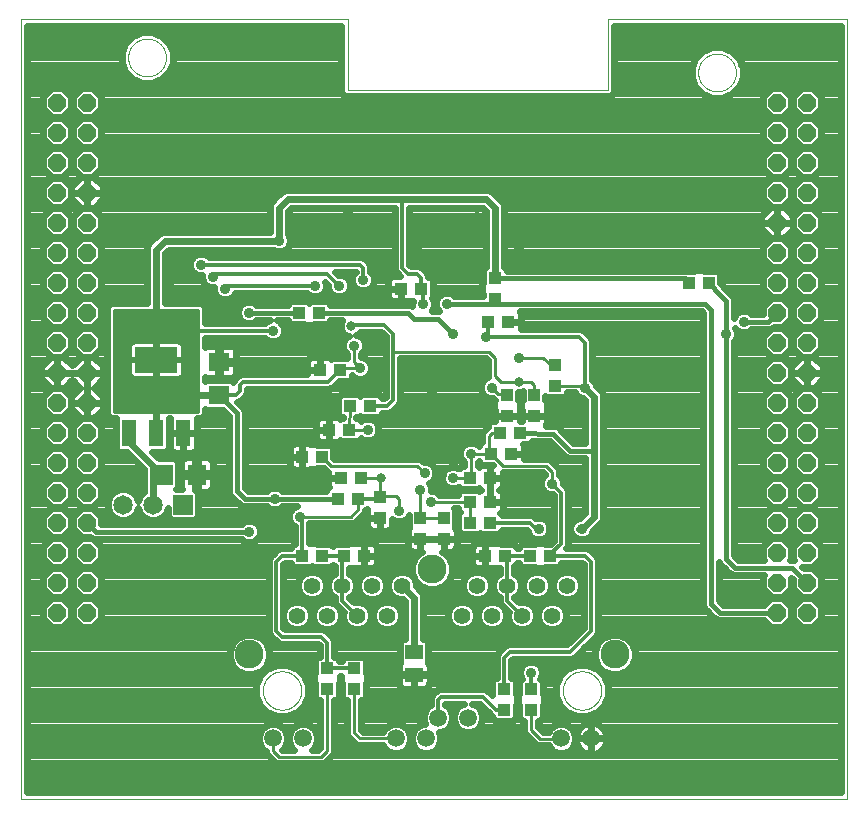
<source format=gbl>
G75*
%MOIN*%
%OFA0B0*%
%FSLAX25Y25*%
%IPPOS*%
%LPD*%
%AMOC8*
5,1,8,0,0,1.08239X$1,22.5*
%
%ADD10C,0.00000*%
%ADD11R,0.04331X0.03937*%
%ADD12R,0.03937X0.04331*%
%ADD13R,0.06299X0.07087*%
%ADD14R,0.07087X0.06299*%
%ADD15R,0.06500X0.06500*%
%ADD16C,0.06500*%
%ADD17OC8,0.06000*%
%ADD18C,0.05543*%
%ADD19C,0.05937*%
%ADD20C,0.09626*%
%ADD21R,0.04800X0.08800*%
%ADD22R,0.14173X0.08661*%
%ADD23R,0.05906X0.05118*%
%ADD24C,0.02400*%
%ADD25C,0.01000*%
%ADD26C,0.03562*%
%ADD27C,0.01200*%
%ADD28C,0.01600*%
%ADD29C,0.03169*%
D10*
X0010074Y0008163D02*
X0010074Y0268006D01*
X0119129Y0268006D01*
X0119129Y0244384D01*
X0205743Y0244384D01*
X0205743Y0268006D01*
X0285665Y0268006D01*
X0285665Y0008163D01*
X0010074Y0008163D01*
X0090802Y0044163D02*
X0090804Y0044323D01*
X0090810Y0044482D01*
X0090820Y0044641D01*
X0090834Y0044800D01*
X0090852Y0044959D01*
X0090873Y0045117D01*
X0090899Y0045274D01*
X0090929Y0045431D01*
X0090962Y0045587D01*
X0091000Y0045742D01*
X0091041Y0045896D01*
X0091086Y0046049D01*
X0091135Y0046201D01*
X0091188Y0046351D01*
X0091244Y0046500D01*
X0091304Y0046648D01*
X0091368Y0046794D01*
X0091436Y0046939D01*
X0091507Y0047082D01*
X0091581Y0047223D01*
X0091659Y0047362D01*
X0091741Y0047499D01*
X0091826Y0047634D01*
X0091914Y0047767D01*
X0092005Y0047898D01*
X0092100Y0048026D01*
X0092198Y0048152D01*
X0092299Y0048276D01*
X0092403Y0048396D01*
X0092510Y0048515D01*
X0092620Y0048630D01*
X0092733Y0048743D01*
X0092848Y0048853D01*
X0092967Y0048960D01*
X0093087Y0049064D01*
X0093211Y0049165D01*
X0093337Y0049263D01*
X0093465Y0049358D01*
X0093596Y0049449D01*
X0093729Y0049537D01*
X0093864Y0049622D01*
X0094001Y0049704D01*
X0094140Y0049782D01*
X0094281Y0049856D01*
X0094424Y0049927D01*
X0094569Y0049995D01*
X0094715Y0050059D01*
X0094863Y0050119D01*
X0095012Y0050175D01*
X0095162Y0050228D01*
X0095314Y0050277D01*
X0095467Y0050322D01*
X0095621Y0050363D01*
X0095776Y0050401D01*
X0095932Y0050434D01*
X0096089Y0050464D01*
X0096246Y0050490D01*
X0096404Y0050511D01*
X0096563Y0050529D01*
X0096722Y0050543D01*
X0096881Y0050553D01*
X0097040Y0050559D01*
X0097200Y0050561D01*
X0097360Y0050559D01*
X0097519Y0050553D01*
X0097678Y0050543D01*
X0097837Y0050529D01*
X0097996Y0050511D01*
X0098154Y0050490D01*
X0098311Y0050464D01*
X0098468Y0050434D01*
X0098624Y0050401D01*
X0098779Y0050363D01*
X0098933Y0050322D01*
X0099086Y0050277D01*
X0099238Y0050228D01*
X0099388Y0050175D01*
X0099537Y0050119D01*
X0099685Y0050059D01*
X0099831Y0049995D01*
X0099976Y0049927D01*
X0100119Y0049856D01*
X0100260Y0049782D01*
X0100399Y0049704D01*
X0100536Y0049622D01*
X0100671Y0049537D01*
X0100804Y0049449D01*
X0100935Y0049358D01*
X0101063Y0049263D01*
X0101189Y0049165D01*
X0101313Y0049064D01*
X0101433Y0048960D01*
X0101552Y0048853D01*
X0101667Y0048743D01*
X0101780Y0048630D01*
X0101890Y0048515D01*
X0101997Y0048396D01*
X0102101Y0048276D01*
X0102202Y0048152D01*
X0102300Y0048026D01*
X0102395Y0047898D01*
X0102486Y0047767D01*
X0102574Y0047634D01*
X0102659Y0047499D01*
X0102741Y0047362D01*
X0102819Y0047223D01*
X0102893Y0047082D01*
X0102964Y0046939D01*
X0103032Y0046794D01*
X0103096Y0046648D01*
X0103156Y0046500D01*
X0103212Y0046351D01*
X0103265Y0046201D01*
X0103314Y0046049D01*
X0103359Y0045896D01*
X0103400Y0045742D01*
X0103438Y0045587D01*
X0103471Y0045431D01*
X0103501Y0045274D01*
X0103527Y0045117D01*
X0103548Y0044959D01*
X0103566Y0044800D01*
X0103580Y0044641D01*
X0103590Y0044482D01*
X0103596Y0044323D01*
X0103598Y0044163D01*
X0103596Y0044003D01*
X0103590Y0043844D01*
X0103580Y0043685D01*
X0103566Y0043526D01*
X0103548Y0043367D01*
X0103527Y0043209D01*
X0103501Y0043052D01*
X0103471Y0042895D01*
X0103438Y0042739D01*
X0103400Y0042584D01*
X0103359Y0042430D01*
X0103314Y0042277D01*
X0103265Y0042125D01*
X0103212Y0041975D01*
X0103156Y0041826D01*
X0103096Y0041678D01*
X0103032Y0041532D01*
X0102964Y0041387D01*
X0102893Y0041244D01*
X0102819Y0041103D01*
X0102741Y0040964D01*
X0102659Y0040827D01*
X0102574Y0040692D01*
X0102486Y0040559D01*
X0102395Y0040428D01*
X0102300Y0040300D01*
X0102202Y0040174D01*
X0102101Y0040050D01*
X0101997Y0039930D01*
X0101890Y0039811D01*
X0101780Y0039696D01*
X0101667Y0039583D01*
X0101552Y0039473D01*
X0101433Y0039366D01*
X0101313Y0039262D01*
X0101189Y0039161D01*
X0101063Y0039063D01*
X0100935Y0038968D01*
X0100804Y0038877D01*
X0100671Y0038789D01*
X0100536Y0038704D01*
X0100399Y0038622D01*
X0100260Y0038544D01*
X0100119Y0038470D01*
X0099976Y0038399D01*
X0099831Y0038331D01*
X0099685Y0038267D01*
X0099537Y0038207D01*
X0099388Y0038151D01*
X0099238Y0038098D01*
X0099086Y0038049D01*
X0098933Y0038004D01*
X0098779Y0037963D01*
X0098624Y0037925D01*
X0098468Y0037892D01*
X0098311Y0037862D01*
X0098154Y0037836D01*
X0097996Y0037815D01*
X0097837Y0037797D01*
X0097678Y0037783D01*
X0097519Y0037773D01*
X0097360Y0037767D01*
X0097200Y0037765D01*
X0097040Y0037767D01*
X0096881Y0037773D01*
X0096722Y0037783D01*
X0096563Y0037797D01*
X0096404Y0037815D01*
X0096246Y0037836D01*
X0096089Y0037862D01*
X0095932Y0037892D01*
X0095776Y0037925D01*
X0095621Y0037963D01*
X0095467Y0038004D01*
X0095314Y0038049D01*
X0095162Y0038098D01*
X0095012Y0038151D01*
X0094863Y0038207D01*
X0094715Y0038267D01*
X0094569Y0038331D01*
X0094424Y0038399D01*
X0094281Y0038470D01*
X0094140Y0038544D01*
X0094001Y0038622D01*
X0093864Y0038704D01*
X0093729Y0038789D01*
X0093596Y0038877D01*
X0093465Y0038968D01*
X0093337Y0039063D01*
X0093211Y0039161D01*
X0093087Y0039262D01*
X0092967Y0039366D01*
X0092848Y0039473D01*
X0092733Y0039583D01*
X0092620Y0039696D01*
X0092510Y0039811D01*
X0092403Y0039930D01*
X0092299Y0040050D01*
X0092198Y0040174D01*
X0092100Y0040300D01*
X0092005Y0040428D01*
X0091914Y0040559D01*
X0091826Y0040692D01*
X0091741Y0040827D01*
X0091659Y0040964D01*
X0091581Y0041103D01*
X0091507Y0041244D01*
X0091436Y0041387D01*
X0091368Y0041532D01*
X0091304Y0041678D01*
X0091244Y0041826D01*
X0091188Y0041975D01*
X0091135Y0042125D01*
X0091086Y0042277D01*
X0091041Y0042430D01*
X0091000Y0042584D01*
X0090962Y0042739D01*
X0090929Y0042895D01*
X0090899Y0043052D01*
X0090873Y0043209D01*
X0090852Y0043367D01*
X0090834Y0043526D01*
X0090820Y0043685D01*
X0090810Y0043844D01*
X0090804Y0044003D01*
X0090802Y0044163D01*
X0190802Y0044163D02*
X0190804Y0044323D01*
X0190810Y0044482D01*
X0190820Y0044641D01*
X0190834Y0044800D01*
X0190852Y0044959D01*
X0190873Y0045117D01*
X0190899Y0045274D01*
X0190929Y0045431D01*
X0190962Y0045587D01*
X0191000Y0045742D01*
X0191041Y0045896D01*
X0191086Y0046049D01*
X0191135Y0046201D01*
X0191188Y0046351D01*
X0191244Y0046500D01*
X0191304Y0046648D01*
X0191368Y0046794D01*
X0191436Y0046939D01*
X0191507Y0047082D01*
X0191581Y0047223D01*
X0191659Y0047362D01*
X0191741Y0047499D01*
X0191826Y0047634D01*
X0191914Y0047767D01*
X0192005Y0047898D01*
X0192100Y0048026D01*
X0192198Y0048152D01*
X0192299Y0048276D01*
X0192403Y0048396D01*
X0192510Y0048515D01*
X0192620Y0048630D01*
X0192733Y0048743D01*
X0192848Y0048853D01*
X0192967Y0048960D01*
X0193087Y0049064D01*
X0193211Y0049165D01*
X0193337Y0049263D01*
X0193465Y0049358D01*
X0193596Y0049449D01*
X0193729Y0049537D01*
X0193864Y0049622D01*
X0194001Y0049704D01*
X0194140Y0049782D01*
X0194281Y0049856D01*
X0194424Y0049927D01*
X0194569Y0049995D01*
X0194715Y0050059D01*
X0194863Y0050119D01*
X0195012Y0050175D01*
X0195162Y0050228D01*
X0195314Y0050277D01*
X0195467Y0050322D01*
X0195621Y0050363D01*
X0195776Y0050401D01*
X0195932Y0050434D01*
X0196089Y0050464D01*
X0196246Y0050490D01*
X0196404Y0050511D01*
X0196563Y0050529D01*
X0196722Y0050543D01*
X0196881Y0050553D01*
X0197040Y0050559D01*
X0197200Y0050561D01*
X0197360Y0050559D01*
X0197519Y0050553D01*
X0197678Y0050543D01*
X0197837Y0050529D01*
X0197996Y0050511D01*
X0198154Y0050490D01*
X0198311Y0050464D01*
X0198468Y0050434D01*
X0198624Y0050401D01*
X0198779Y0050363D01*
X0198933Y0050322D01*
X0199086Y0050277D01*
X0199238Y0050228D01*
X0199388Y0050175D01*
X0199537Y0050119D01*
X0199685Y0050059D01*
X0199831Y0049995D01*
X0199976Y0049927D01*
X0200119Y0049856D01*
X0200260Y0049782D01*
X0200399Y0049704D01*
X0200536Y0049622D01*
X0200671Y0049537D01*
X0200804Y0049449D01*
X0200935Y0049358D01*
X0201063Y0049263D01*
X0201189Y0049165D01*
X0201313Y0049064D01*
X0201433Y0048960D01*
X0201552Y0048853D01*
X0201667Y0048743D01*
X0201780Y0048630D01*
X0201890Y0048515D01*
X0201997Y0048396D01*
X0202101Y0048276D01*
X0202202Y0048152D01*
X0202300Y0048026D01*
X0202395Y0047898D01*
X0202486Y0047767D01*
X0202574Y0047634D01*
X0202659Y0047499D01*
X0202741Y0047362D01*
X0202819Y0047223D01*
X0202893Y0047082D01*
X0202964Y0046939D01*
X0203032Y0046794D01*
X0203096Y0046648D01*
X0203156Y0046500D01*
X0203212Y0046351D01*
X0203265Y0046201D01*
X0203314Y0046049D01*
X0203359Y0045896D01*
X0203400Y0045742D01*
X0203438Y0045587D01*
X0203471Y0045431D01*
X0203501Y0045274D01*
X0203527Y0045117D01*
X0203548Y0044959D01*
X0203566Y0044800D01*
X0203580Y0044641D01*
X0203590Y0044482D01*
X0203596Y0044323D01*
X0203598Y0044163D01*
X0203596Y0044003D01*
X0203590Y0043844D01*
X0203580Y0043685D01*
X0203566Y0043526D01*
X0203548Y0043367D01*
X0203527Y0043209D01*
X0203501Y0043052D01*
X0203471Y0042895D01*
X0203438Y0042739D01*
X0203400Y0042584D01*
X0203359Y0042430D01*
X0203314Y0042277D01*
X0203265Y0042125D01*
X0203212Y0041975D01*
X0203156Y0041826D01*
X0203096Y0041678D01*
X0203032Y0041532D01*
X0202964Y0041387D01*
X0202893Y0041244D01*
X0202819Y0041103D01*
X0202741Y0040964D01*
X0202659Y0040827D01*
X0202574Y0040692D01*
X0202486Y0040559D01*
X0202395Y0040428D01*
X0202300Y0040300D01*
X0202202Y0040174D01*
X0202101Y0040050D01*
X0201997Y0039930D01*
X0201890Y0039811D01*
X0201780Y0039696D01*
X0201667Y0039583D01*
X0201552Y0039473D01*
X0201433Y0039366D01*
X0201313Y0039262D01*
X0201189Y0039161D01*
X0201063Y0039063D01*
X0200935Y0038968D01*
X0200804Y0038877D01*
X0200671Y0038789D01*
X0200536Y0038704D01*
X0200399Y0038622D01*
X0200260Y0038544D01*
X0200119Y0038470D01*
X0199976Y0038399D01*
X0199831Y0038331D01*
X0199685Y0038267D01*
X0199537Y0038207D01*
X0199388Y0038151D01*
X0199238Y0038098D01*
X0199086Y0038049D01*
X0198933Y0038004D01*
X0198779Y0037963D01*
X0198624Y0037925D01*
X0198468Y0037892D01*
X0198311Y0037862D01*
X0198154Y0037836D01*
X0197996Y0037815D01*
X0197837Y0037797D01*
X0197678Y0037783D01*
X0197519Y0037773D01*
X0197360Y0037767D01*
X0197200Y0037765D01*
X0197040Y0037767D01*
X0196881Y0037773D01*
X0196722Y0037783D01*
X0196563Y0037797D01*
X0196404Y0037815D01*
X0196246Y0037836D01*
X0196089Y0037862D01*
X0195932Y0037892D01*
X0195776Y0037925D01*
X0195621Y0037963D01*
X0195467Y0038004D01*
X0195314Y0038049D01*
X0195162Y0038098D01*
X0195012Y0038151D01*
X0194863Y0038207D01*
X0194715Y0038267D01*
X0194569Y0038331D01*
X0194424Y0038399D01*
X0194281Y0038470D01*
X0194140Y0038544D01*
X0194001Y0038622D01*
X0193864Y0038704D01*
X0193729Y0038789D01*
X0193596Y0038877D01*
X0193465Y0038968D01*
X0193337Y0039063D01*
X0193211Y0039161D01*
X0193087Y0039262D01*
X0192967Y0039366D01*
X0192848Y0039473D01*
X0192733Y0039583D01*
X0192620Y0039696D01*
X0192510Y0039811D01*
X0192403Y0039930D01*
X0192299Y0040050D01*
X0192198Y0040174D01*
X0192100Y0040300D01*
X0192005Y0040428D01*
X0191914Y0040559D01*
X0191826Y0040692D01*
X0191741Y0040827D01*
X0191659Y0040964D01*
X0191581Y0041103D01*
X0191507Y0041244D01*
X0191436Y0041387D01*
X0191368Y0041532D01*
X0191304Y0041678D01*
X0191244Y0041826D01*
X0191188Y0041975D01*
X0191135Y0042125D01*
X0191086Y0042277D01*
X0191041Y0042430D01*
X0191000Y0042584D01*
X0190962Y0042739D01*
X0190929Y0042895D01*
X0190899Y0043052D01*
X0190873Y0043209D01*
X0190852Y0043367D01*
X0190834Y0043526D01*
X0190820Y0043685D01*
X0190810Y0043844D01*
X0190804Y0044003D01*
X0190802Y0044163D01*
X0235901Y0250163D02*
X0235903Y0250321D01*
X0235909Y0250479D01*
X0235919Y0250637D01*
X0235933Y0250795D01*
X0235951Y0250952D01*
X0235972Y0251109D01*
X0235998Y0251265D01*
X0236028Y0251421D01*
X0236061Y0251576D01*
X0236099Y0251729D01*
X0236140Y0251882D01*
X0236185Y0252034D01*
X0236234Y0252185D01*
X0236287Y0252334D01*
X0236343Y0252482D01*
X0236403Y0252628D01*
X0236467Y0252773D01*
X0236535Y0252916D01*
X0236606Y0253058D01*
X0236680Y0253198D01*
X0236758Y0253335D01*
X0236840Y0253471D01*
X0236924Y0253605D01*
X0237013Y0253736D01*
X0237104Y0253865D01*
X0237199Y0253992D01*
X0237296Y0254117D01*
X0237397Y0254239D01*
X0237501Y0254358D01*
X0237608Y0254475D01*
X0237718Y0254589D01*
X0237831Y0254700D01*
X0237946Y0254809D01*
X0238064Y0254914D01*
X0238185Y0255016D01*
X0238308Y0255116D01*
X0238434Y0255212D01*
X0238562Y0255305D01*
X0238692Y0255395D01*
X0238825Y0255481D01*
X0238960Y0255565D01*
X0239096Y0255644D01*
X0239235Y0255721D01*
X0239376Y0255793D01*
X0239518Y0255863D01*
X0239662Y0255928D01*
X0239808Y0255990D01*
X0239955Y0256048D01*
X0240104Y0256103D01*
X0240254Y0256154D01*
X0240405Y0256201D01*
X0240557Y0256244D01*
X0240710Y0256283D01*
X0240865Y0256319D01*
X0241020Y0256350D01*
X0241176Y0256378D01*
X0241332Y0256402D01*
X0241489Y0256422D01*
X0241647Y0256438D01*
X0241804Y0256450D01*
X0241963Y0256458D01*
X0242121Y0256462D01*
X0242279Y0256462D01*
X0242437Y0256458D01*
X0242596Y0256450D01*
X0242753Y0256438D01*
X0242911Y0256422D01*
X0243068Y0256402D01*
X0243224Y0256378D01*
X0243380Y0256350D01*
X0243535Y0256319D01*
X0243690Y0256283D01*
X0243843Y0256244D01*
X0243995Y0256201D01*
X0244146Y0256154D01*
X0244296Y0256103D01*
X0244445Y0256048D01*
X0244592Y0255990D01*
X0244738Y0255928D01*
X0244882Y0255863D01*
X0245024Y0255793D01*
X0245165Y0255721D01*
X0245304Y0255644D01*
X0245440Y0255565D01*
X0245575Y0255481D01*
X0245708Y0255395D01*
X0245838Y0255305D01*
X0245966Y0255212D01*
X0246092Y0255116D01*
X0246215Y0255016D01*
X0246336Y0254914D01*
X0246454Y0254809D01*
X0246569Y0254700D01*
X0246682Y0254589D01*
X0246792Y0254475D01*
X0246899Y0254358D01*
X0247003Y0254239D01*
X0247104Y0254117D01*
X0247201Y0253992D01*
X0247296Y0253865D01*
X0247387Y0253736D01*
X0247476Y0253605D01*
X0247560Y0253471D01*
X0247642Y0253335D01*
X0247720Y0253198D01*
X0247794Y0253058D01*
X0247865Y0252916D01*
X0247933Y0252773D01*
X0247997Y0252628D01*
X0248057Y0252482D01*
X0248113Y0252334D01*
X0248166Y0252185D01*
X0248215Y0252034D01*
X0248260Y0251882D01*
X0248301Y0251729D01*
X0248339Y0251576D01*
X0248372Y0251421D01*
X0248402Y0251265D01*
X0248428Y0251109D01*
X0248449Y0250952D01*
X0248467Y0250795D01*
X0248481Y0250637D01*
X0248491Y0250479D01*
X0248497Y0250321D01*
X0248499Y0250163D01*
X0248497Y0250005D01*
X0248491Y0249847D01*
X0248481Y0249689D01*
X0248467Y0249531D01*
X0248449Y0249374D01*
X0248428Y0249217D01*
X0248402Y0249061D01*
X0248372Y0248905D01*
X0248339Y0248750D01*
X0248301Y0248597D01*
X0248260Y0248444D01*
X0248215Y0248292D01*
X0248166Y0248141D01*
X0248113Y0247992D01*
X0248057Y0247844D01*
X0247997Y0247698D01*
X0247933Y0247553D01*
X0247865Y0247410D01*
X0247794Y0247268D01*
X0247720Y0247128D01*
X0247642Y0246991D01*
X0247560Y0246855D01*
X0247476Y0246721D01*
X0247387Y0246590D01*
X0247296Y0246461D01*
X0247201Y0246334D01*
X0247104Y0246209D01*
X0247003Y0246087D01*
X0246899Y0245968D01*
X0246792Y0245851D01*
X0246682Y0245737D01*
X0246569Y0245626D01*
X0246454Y0245517D01*
X0246336Y0245412D01*
X0246215Y0245310D01*
X0246092Y0245210D01*
X0245966Y0245114D01*
X0245838Y0245021D01*
X0245708Y0244931D01*
X0245575Y0244845D01*
X0245440Y0244761D01*
X0245304Y0244682D01*
X0245165Y0244605D01*
X0245024Y0244533D01*
X0244882Y0244463D01*
X0244738Y0244398D01*
X0244592Y0244336D01*
X0244445Y0244278D01*
X0244296Y0244223D01*
X0244146Y0244172D01*
X0243995Y0244125D01*
X0243843Y0244082D01*
X0243690Y0244043D01*
X0243535Y0244007D01*
X0243380Y0243976D01*
X0243224Y0243948D01*
X0243068Y0243924D01*
X0242911Y0243904D01*
X0242753Y0243888D01*
X0242596Y0243876D01*
X0242437Y0243868D01*
X0242279Y0243864D01*
X0242121Y0243864D01*
X0241963Y0243868D01*
X0241804Y0243876D01*
X0241647Y0243888D01*
X0241489Y0243904D01*
X0241332Y0243924D01*
X0241176Y0243948D01*
X0241020Y0243976D01*
X0240865Y0244007D01*
X0240710Y0244043D01*
X0240557Y0244082D01*
X0240405Y0244125D01*
X0240254Y0244172D01*
X0240104Y0244223D01*
X0239955Y0244278D01*
X0239808Y0244336D01*
X0239662Y0244398D01*
X0239518Y0244463D01*
X0239376Y0244533D01*
X0239235Y0244605D01*
X0239096Y0244682D01*
X0238960Y0244761D01*
X0238825Y0244845D01*
X0238692Y0244931D01*
X0238562Y0245021D01*
X0238434Y0245114D01*
X0238308Y0245210D01*
X0238185Y0245310D01*
X0238064Y0245412D01*
X0237946Y0245517D01*
X0237831Y0245626D01*
X0237718Y0245737D01*
X0237608Y0245851D01*
X0237501Y0245968D01*
X0237397Y0246087D01*
X0237296Y0246209D01*
X0237199Y0246334D01*
X0237104Y0246461D01*
X0237013Y0246590D01*
X0236924Y0246721D01*
X0236840Y0246855D01*
X0236758Y0246991D01*
X0236680Y0247128D01*
X0236606Y0247268D01*
X0236535Y0247410D01*
X0236467Y0247553D01*
X0236403Y0247698D01*
X0236343Y0247844D01*
X0236287Y0247992D01*
X0236234Y0248141D01*
X0236185Y0248292D01*
X0236140Y0248444D01*
X0236099Y0248597D01*
X0236061Y0248750D01*
X0236028Y0248905D01*
X0235998Y0249061D01*
X0235972Y0249217D01*
X0235951Y0249374D01*
X0235933Y0249531D01*
X0235919Y0249689D01*
X0235909Y0249847D01*
X0235903Y0250005D01*
X0235901Y0250163D01*
X0045901Y0255163D02*
X0045903Y0255321D01*
X0045909Y0255479D01*
X0045919Y0255637D01*
X0045933Y0255795D01*
X0045951Y0255952D01*
X0045972Y0256109D01*
X0045998Y0256265D01*
X0046028Y0256421D01*
X0046061Y0256576D01*
X0046099Y0256729D01*
X0046140Y0256882D01*
X0046185Y0257034D01*
X0046234Y0257185D01*
X0046287Y0257334D01*
X0046343Y0257482D01*
X0046403Y0257628D01*
X0046467Y0257773D01*
X0046535Y0257916D01*
X0046606Y0258058D01*
X0046680Y0258198D01*
X0046758Y0258335D01*
X0046840Y0258471D01*
X0046924Y0258605D01*
X0047013Y0258736D01*
X0047104Y0258865D01*
X0047199Y0258992D01*
X0047296Y0259117D01*
X0047397Y0259239D01*
X0047501Y0259358D01*
X0047608Y0259475D01*
X0047718Y0259589D01*
X0047831Y0259700D01*
X0047946Y0259809D01*
X0048064Y0259914D01*
X0048185Y0260016D01*
X0048308Y0260116D01*
X0048434Y0260212D01*
X0048562Y0260305D01*
X0048692Y0260395D01*
X0048825Y0260481D01*
X0048960Y0260565D01*
X0049096Y0260644D01*
X0049235Y0260721D01*
X0049376Y0260793D01*
X0049518Y0260863D01*
X0049662Y0260928D01*
X0049808Y0260990D01*
X0049955Y0261048D01*
X0050104Y0261103D01*
X0050254Y0261154D01*
X0050405Y0261201D01*
X0050557Y0261244D01*
X0050710Y0261283D01*
X0050865Y0261319D01*
X0051020Y0261350D01*
X0051176Y0261378D01*
X0051332Y0261402D01*
X0051489Y0261422D01*
X0051647Y0261438D01*
X0051804Y0261450D01*
X0051963Y0261458D01*
X0052121Y0261462D01*
X0052279Y0261462D01*
X0052437Y0261458D01*
X0052596Y0261450D01*
X0052753Y0261438D01*
X0052911Y0261422D01*
X0053068Y0261402D01*
X0053224Y0261378D01*
X0053380Y0261350D01*
X0053535Y0261319D01*
X0053690Y0261283D01*
X0053843Y0261244D01*
X0053995Y0261201D01*
X0054146Y0261154D01*
X0054296Y0261103D01*
X0054445Y0261048D01*
X0054592Y0260990D01*
X0054738Y0260928D01*
X0054882Y0260863D01*
X0055024Y0260793D01*
X0055165Y0260721D01*
X0055304Y0260644D01*
X0055440Y0260565D01*
X0055575Y0260481D01*
X0055708Y0260395D01*
X0055838Y0260305D01*
X0055966Y0260212D01*
X0056092Y0260116D01*
X0056215Y0260016D01*
X0056336Y0259914D01*
X0056454Y0259809D01*
X0056569Y0259700D01*
X0056682Y0259589D01*
X0056792Y0259475D01*
X0056899Y0259358D01*
X0057003Y0259239D01*
X0057104Y0259117D01*
X0057201Y0258992D01*
X0057296Y0258865D01*
X0057387Y0258736D01*
X0057476Y0258605D01*
X0057560Y0258471D01*
X0057642Y0258335D01*
X0057720Y0258198D01*
X0057794Y0258058D01*
X0057865Y0257916D01*
X0057933Y0257773D01*
X0057997Y0257628D01*
X0058057Y0257482D01*
X0058113Y0257334D01*
X0058166Y0257185D01*
X0058215Y0257034D01*
X0058260Y0256882D01*
X0058301Y0256729D01*
X0058339Y0256576D01*
X0058372Y0256421D01*
X0058402Y0256265D01*
X0058428Y0256109D01*
X0058449Y0255952D01*
X0058467Y0255795D01*
X0058481Y0255637D01*
X0058491Y0255479D01*
X0058497Y0255321D01*
X0058499Y0255163D01*
X0058497Y0255005D01*
X0058491Y0254847D01*
X0058481Y0254689D01*
X0058467Y0254531D01*
X0058449Y0254374D01*
X0058428Y0254217D01*
X0058402Y0254061D01*
X0058372Y0253905D01*
X0058339Y0253750D01*
X0058301Y0253597D01*
X0058260Y0253444D01*
X0058215Y0253292D01*
X0058166Y0253141D01*
X0058113Y0252992D01*
X0058057Y0252844D01*
X0057997Y0252698D01*
X0057933Y0252553D01*
X0057865Y0252410D01*
X0057794Y0252268D01*
X0057720Y0252128D01*
X0057642Y0251991D01*
X0057560Y0251855D01*
X0057476Y0251721D01*
X0057387Y0251590D01*
X0057296Y0251461D01*
X0057201Y0251334D01*
X0057104Y0251209D01*
X0057003Y0251087D01*
X0056899Y0250968D01*
X0056792Y0250851D01*
X0056682Y0250737D01*
X0056569Y0250626D01*
X0056454Y0250517D01*
X0056336Y0250412D01*
X0056215Y0250310D01*
X0056092Y0250210D01*
X0055966Y0250114D01*
X0055838Y0250021D01*
X0055708Y0249931D01*
X0055575Y0249845D01*
X0055440Y0249761D01*
X0055304Y0249682D01*
X0055165Y0249605D01*
X0055024Y0249533D01*
X0054882Y0249463D01*
X0054738Y0249398D01*
X0054592Y0249336D01*
X0054445Y0249278D01*
X0054296Y0249223D01*
X0054146Y0249172D01*
X0053995Y0249125D01*
X0053843Y0249082D01*
X0053690Y0249043D01*
X0053535Y0249007D01*
X0053380Y0248976D01*
X0053224Y0248948D01*
X0053068Y0248924D01*
X0052911Y0248904D01*
X0052753Y0248888D01*
X0052596Y0248876D01*
X0052437Y0248868D01*
X0052279Y0248864D01*
X0052121Y0248864D01*
X0051963Y0248868D01*
X0051804Y0248876D01*
X0051647Y0248888D01*
X0051489Y0248904D01*
X0051332Y0248924D01*
X0051176Y0248948D01*
X0051020Y0248976D01*
X0050865Y0249007D01*
X0050710Y0249043D01*
X0050557Y0249082D01*
X0050405Y0249125D01*
X0050254Y0249172D01*
X0050104Y0249223D01*
X0049955Y0249278D01*
X0049808Y0249336D01*
X0049662Y0249398D01*
X0049518Y0249463D01*
X0049376Y0249533D01*
X0049235Y0249605D01*
X0049096Y0249682D01*
X0048960Y0249761D01*
X0048825Y0249845D01*
X0048692Y0249931D01*
X0048562Y0250021D01*
X0048434Y0250114D01*
X0048308Y0250210D01*
X0048185Y0250310D01*
X0048064Y0250412D01*
X0047946Y0250517D01*
X0047831Y0250626D01*
X0047718Y0250737D01*
X0047608Y0250851D01*
X0047501Y0250968D01*
X0047397Y0251087D01*
X0047296Y0251209D01*
X0047199Y0251334D01*
X0047104Y0251461D01*
X0047013Y0251590D01*
X0046924Y0251721D01*
X0046840Y0251855D01*
X0046758Y0251991D01*
X0046680Y0252128D01*
X0046606Y0252268D01*
X0046535Y0252410D01*
X0046467Y0252553D01*
X0046403Y0252698D01*
X0046343Y0252844D01*
X0046287Y0252992D01*
X0046234Y0253141D01*
X0046185Y0253292D01*
X0046140Y0253444D01*
X0046099Y0253597D01*
X0046061Y0253750D01*
X0046028Y0253905D01*
X0045998Y0254061D01*
X0045972Y0254217D01*
X0045951Y0254374D01*
X0045933Y0254531D01*
X0045919Y0254689D01*
X0045909Y0254847D01*
X0045903Y0255005D01*
X0045901Y0255163D01*
D11*
X0136854Y0178163D03*
X0143546Y0178163D03*
X0165854Y0167163D03*
X0172546Y0167163D03*
X0168200Y0174817D03*
X0168200Y0181510D03*
X0188200Y0152510D03*
X0188200Y0145817D03*
X0176546Y0130163D03*
X0169854Y0130163D03*
X0166854Y0123163D03*
X0173546Y0123163D03*
X0166546Y0115163D03*
X0159854Y0115163D03*
X0159854Y0107163D03*
X0166546Y0107163D03*
X0166546Y0100163D03*
X0159854Y0100163D03*
X0164854Y0089163D03*
X0171546Y0089163D03*
X0171200Y0044510D03*
X0171200Y0037817D03*
X0180200Y0037817D03*
X0180200Y0044510D03*
X0124546Y0089163D03*
X0117854Y0089163D03*
X0115854Y0108163D03*
X0122546Y0108163D03*
X0123546Y0115163D03*
X0116854Y0115163D03*
X0119546Y0131163D03*
X0112854Y0131163D03*
X0119854Y0139163D03*
X0126546Y0139163D03*
X0116546Y0151163D03*
X0109854Y0151163D03*
X0112200Y0051510D03*
X0112200Y0044817D03*
X0121200Y0044817D03*
X0121200Y0051510D03*
D12*
X0110546Y0089163D03*
X0103854Y0089163D03*
X0129700Y0101817D03*
X0129700Y0108510D03*
X0143200Y0101510D03*
X0143200Y0094817D03*
X0151200Y0094817D03*
X0151200Y0101510D03*
X0179854Y0089163D03*
X0186546Y0089163D03*
X0181200Y0135817D03*
X0181200Y0142510D03*
X0172200Y0142510D03*
X0172200Y0135817D03*
X0110546Y0122163D03*
X0103854Y0122163D03*
X0102854Y0170163D03*
X0109546Y0170163D03*
X0232854Y0180163D03*
X0239546Y0180163D03*
D13*
X0068712Y0116163D03*
X0057688Y0116163D03*
D14*
X0076200Y0142652D03*
X0076200Y0153675D03*
D15*
X0064200Y0106163D03*
D16*
X0054200Y0106163D03*
X0044200Y0106163D03*
D17*
X0032200Y0110163D03*
X0032200Y0100163D03*
X0022200Y0100163D03*
X0022200Y0110163D03*
X0022200Y0120163D03*
X0032200Y0120163D03*
X0032200Y0130163D03*
X0022200Y0130163D03*
X0022200Y0140163D03*
X0032200Y0140163D03*
X0032200Y0150163D03*
X0022200Y0150163D03*
X0022200Y0160163D03*
X0032200Y0160163D03*
X0032200Y0170163D03*
X0022200Y0170163D03*
X0022200Y0180163D03*
X0032200Y0180163D03*
X0032200Y0190163D03*
X0022200Y0190163D03*
X0022200Y0200163D03*
X0032200Y0200163D03*
X0032200Y0210163D03*
X0022200Y0210163D03*
X0022200Y0220163D03*
X0032200Y0220163D03*
X0032200Y0230163D03*
X0022200Y0230163D03*
X0022200Y0240163D03*
X0032200Y0240163D03*
X0032200Y0090163D03*
X0022200Y0090163D03*
X0022200Y0080163D03*
X0032200Y0080163D03*
X0032200Y0070163D03*
X0022200Y0070163D03*
X0262200Y0070163D03*
X0272200Y0070163D03*
X0272200Y0080163D03*
X0262200Y0080163D03*
X0262200Y0090163D03*
X0272200Y0090163D03*
X0272200Y0100163D03*
X0262200Y0100163D03*
X0262200Y0110163D03*
X0272200Y0110163D03*
X0272200Y0120163D03*
X0262200Y0120163D03*
X0262200Y0130163D03*
X0272200Y0130163D03*
X0272200Y0140163D03*
X0262200Y0140163D03*
X0262200Y0150163D03*
X0272200Y0150163D03*
X0272200Y0160163D03*
X0262200Y0160163D03*
X0262200Y0170163D03*
X0272200Y0170163D03*
X0272200Y0180163D03*
X0262200Y0180163D03*
X0262200Y0190163D03*
X0272200Y0190163D03*
X0272200Y0200163D03*
X0262200Y0200163D03*
X0262200Y0210163D03*
X0272200Y0210163D03*
X0272200Y0220163D03*
X0262200Y0220163D03*
X0262200Y0230163D03*
X0272200Y0230163D03*
X0272200Y0240163D03*
X0262200Y0240163D03*
D18*
X0192200Y0079163D03*
X0182200Y0079163D03*
X0172200Y0079163D03*
X0162200Y0079163D03*
X0157200Y0069163D03*
X0167200Y0069163D03*
X0177200Y0069163D03*
X0187200Y0069163D03*
X0137200Y0079163D03*
X0127200Y0079163D03*
X0117200Y0079163D03*
X0107200Y0079163D03*
X0102200Y0069163D03*
X0112200Y0069163D03*
X0122200Y0069163D03*
X0132200Y0069163D03*
D19*
X0149208Y0035148D03*
X0145192Y0028179D03*
X0135192Y0028179D03*
X0159208Y0035148D03*
X0190231Y0028179D03*
X0200231Y0028179D03*
X0104169Y0028179D03*
X0094169Y0028179D03*
D20*
X0086314Y0056171D03*
X0147200Y0084675D03*
X0208086Y0056171D03*
D21*
X0064300Y0129963D03*
X0055200Y0129963D03*
X0046100Y0129963D03*
D22*
X0055200Y0154364D03*
D23*
X0141200Y0056904D03*
X0141200Y0049423D03*
D24*
X0141280Y0049344D02*
X0141280Y0044664D01*
X0144442Y0044664D01*
X0145002Y0044814D01*
X0145504Y0045104D01*
X0145913Y0045513D01*
X0146203Y0046015D01*
X0146353Y0046575D01*
X0146353Y0049344D01*
X0141280Y0049344D01*
X0141280Y0049503D01*
X0146353Y0049503D01*
X0146353Y0052272D01*
X0146203Y0052831D01*
X0145913Y0053333D01*
X0145800Y0053446D01*
X0145953Y0053599D01*
X0145953Y0060208D01*
X0144898Y0061263D01*
X0144200Y0061263D01*
X0144200Y0075760D01*
X0143743Y0076863D01*
X0141772Y0078834D01*
X0141772Y0080073D01*
X0141076Y0081753D01*
X0139790Y0083039D01*
X0138109Y0083735D01*
X0136291Y0083735D01*
X0134610Y0083039D01*
X0133324Y0081753D01*
X0132628Y0080073D01*
X0132628Y0078254D01*
X0133324Y0076574D01*
X0134610Y0075288D01*
X0136291Y0074592D01*
X0137529Y0074592D01*
X0138200Y0073921D01*
X0138200Y0061263D01*
X0137502Y0061263D01*
X0136447Y0060208D01*
X0136447Y0053599D01*
X0136600Y0053446D01*
X0136487Y0053333D01*
X0136197Y0052831D01*
X0136047Y0052272D01*
X0136047Y0049503D01*
X0141120Y0049503D01*
X0141120Y0049344D01*
X0136047Y0049344D01*
X0136047Y0046575D01*
X0136197Y0046015D01*
X0136487Y0045513D01*
X0136896Y0045104D01*
X0137398Y0044814D01*
X0137958Y0044664D01*
X0141120Y0044664D01*
X0141120Y0049344D01*
X0141280Y0049344D01*
X0141280Y0048938D02*
X0141120Y0048938D01*
X0141120Y0046540D02*
X0141280Y0046540D01*
X0146343Y0046540D02*
X0167235Y0046540D01*
X0167235Y0047224D02*
X0167235Y0042523D01*
X0166235Y0043523D01*
X0165559Y0044198D01*
X0164677Y0044563D01*
X0149723Y0044563D01*
X0148841Y0044198D01*
X0147841Y0043198D01*
X0147165Y0042523D01*
X0146800Y0041641D01*
X0146800Y0039312D01*
X0146507Y0039190D01*
X0145165Y0037849D01*
X0144439Y0036096D01*
X0144439Y0034199D01*
X0144958Y0032948D01*
X0144244Y0032948D01*
X0142491Y0032222D01*
X0141150Y0030880D01*
X0140424Y0029128D01*
X0140424Y0027231D01*
X0141150Y0025478D01*
X0142491Y0024137D01*
X0144244Y0023411D01*
X0146141Y0023411D01*
X0147893Y0024137D01*
X0149235Y0025478D01*
X0149961Y0027231D01*
X0149961Y0029128D01*
X0149442Y0030379D01*
X0150156Y0030379D01*
X0151909Y0031105D01*
X0153250Y0032446D01*
X0153976Y0034199D01*
X0153976Y0036096D01*
X0153250Y0037849D01*
X0151909Y0039190D01*
X0151600Y0039318D01*
X0151600Y0039763D01*
X0157891Y0039763D01*
X0156507Y0039190D01*
X0155165Y0037849D01*
X0154439Y0036096D01*
X0154439Y0034199D01*
X0155165Y0032446D01*
X0156507Y0031105D01*
X0158259Y0030379D01*
X0160156Y0030379D01*
X0161909Y0031105D01*
X0163250Y0032446D01*
X0163976Y0034199D01*
X0163976Y0036096D01*
X0163250Y0037849D01*
X0161909Y0039190D01*
X0160525Y0039763D01*
X0163206Y0039763D01*
X0167187Y0035782D01*
X0167235Y0035763D01*
X0167235Y0035103D01*
X0168289Y0034048D01*
X0174111Y0034048D01*
X0175165Y0035103D01*
X0175165Y0039432D01*
X0175400Y0039666D01*
X0175400Y0042660D01*
X0175165Y0042895D01*
X0175165Y0047224D01*
X0174111Y0048278D01*
X0173600Y0048278D01*
X0173600Y0054169D01*
X0174194Y0054763D01*
X0193677Y0054763D01*
X0194559Y0055129D01*
X0195235Y0055804D01*
X0202235Y0062804D01*
X0202600Y0063686D01*
X0202600Y0087641D01*
X0202235Y0088523D01*
X0200235Y0090523D01*
X0199559Y0091198D01*
X0198677Y0091563D01*
X0191994Y0091563D01*
X0192235Y0091804D01*
X0192600Y0092686D01*
X0192600Y0110641D01*
X0192235Y0111523D01*
X0190781Y0112976D01*
X0190781Y0113876D01*
X0190236Y0115192D01*
X0189500Y0115928D01*
X0189500Y0118116D01*
X0188153Y0119463D01*
X0186153Y0121463D01*
X0177912Y0121463D01*
X0177912Y0123163D01*
X0173547Y0123163D01*
X0173547Y0123163D01*
X0177912Y0123163D01*
X0177912Y0125422D01*
X0177762Y0125981D01*
X0177523Y0126395D01*
X0179457Y0126395D01*
X0180500Y0127438D01*
X0186436Y0127251D01*
X0190996Y0122691D01*
X0191727Y0121959D01*
X0192683Y0121563D01*
X0198200Y0121563D01*
X0198200Y0103406D01*
X0196538Y0101744D01*
X0196488Y0101744D01*
X0195171Y0101199D01*
X0194805Y0100833D01*
X0194501Y0100707D01*
X0193657Y0099863D01*
X0193200Y0098760D01*
X0193200Y0097567D01*
X0193657Y0096464D01*
X0194501Y0095620D01*
X0194805Y0095494D01*
X0195171Y0095127D01*
X0196488Y0094582D01*
X0197912Y0094582D01*
X0199229Y0095127D01*
X0200236Y0096135D01*
X0200781Y0097451D01*
X0200781Y0097502D01*
X0203743Y0100464D01*
X0204200Y0101567D01*
X0204200Y0142760D01*
X0203743Y0143863D01*
X0201781Y0145825D01*
X0201781Y0145876D01*
X0201236Y0147192D01*
X0200600Y0147828D01*
X0200600Y0160641D01*
X0200235Y0161523D01*
X0199559Y0162198D01*
X0197559Y0164198D01*
X0196677Y0164563D01*
X0176820Y0164563D01*
X0176912Y0164905D01*
X0176912Y0167163D01*
X0172547Y0167163D01*
X0172547Y0167163D01*
X0176912Y0167163D01*
X0176912Y0169422D01*
X0176762Y0169981D01*
X0176472Y0170483D01*
X0176392Y0170563D01*
X0237123Y0170563D01*
X0237600Y0170086D01*
X0237600Y0072646D01*
X0237996Y0071691D01*
X0240996Y0068691D01*
X0241727Y0067959D01*
X0242683Y0067563D01*
X0258012Y0067563D01*
X0260212Y0065363D01*
X0264188Y0065363D01*
X0267000Y0068175D01*
X0267000Y0072152D01*
X0264188Y0074963D01*
X0260212Y0074963D01*
X0258012Y0072763D01*
X0244277Y0072763D01*
X0242800Y0074240D01*
X0242800Y0087163D01*
X0242996Y0086691D01*
X0245996Y0083691D01*
X0246727Y0082959D01*
X0247683Y0082563D01*
X0257812Y0082563D01*
X0257400Y0082152D01*
X0257400Y0078175D01*
X0260212Y0075363D01*
X0264188Y0075363D01*
X0267000Y0078175D01*
X0267000Y0081686D01*
X0267400Y0081286D01*
X0267400Y0078175D01*
X0270212Y0075363D01*
X0274188Y0075363D01*
X0277000Y0078175D01*
X0277000Y0082152D01*
X0274188Y0084963D01*
X0271077Y0084963D01*
X0270677Y0085363D01*
X0274188Y0085363D01*
X0277000Y0088175D01*
X0277000Y0092152D01*
X0274188Y0094963D01*
X0270212Y0094963D01*
X0267400Y0092152D01*
X0267400Y0088175D01*
X0267879Y0087696D01*
X0267717Y0087763D01*
X0266588Y0087763D01*
X0267000Y0088175D01*
X0267000Y0092152D01*
X0264188Y0094963D01*
X0260212Y0094963D01*
X0257400Y0092152D01*
X0257400Y0088175D01*
X0257812Y0087763D01*
X0249277Y0087763D01*
X0247800Y0089240D01*
X0247800Y0160699D01*
X0248236Y0161135D01*
X0248781Y0162451D01*
X0248781Y0163876D01*
X0248327Y0164972D01*
X0249171Y0164127D01*
X0250488Y0163582D01*
X0251912Y0163582D01*
X0253229Y0164127D01*
X0253664Y0164563D01*
X0259717Y0164563D01*
X0259879Y0164630D01*
X0257400Y0162152D01*
X0257400Y0158175D01*
X0260212Y0155363D01*
X0264188Y0155363D01*
X0267000Y0158175D01*
X0267000Y0162152D01*
X0264188Y0164963D01*
X0260677Y0164963D01*
X0261077Y0165363D01*
X0264188Y0165363D01*
X0267000Y0168175D01*
X0267000Y0172152D01*
X0264188Y0174963D01*
X0260212Y0174963D01*
X0257400Y0172152D01*
X0257400Y0169763D01*
X0253664Y0169763D01*
X0253229Y0170199D01*
X0251912Y0170744D01*
X0250488Y0170744D01*
X0249171Y0170199D01*
X0248164Y0169192D01*
X0247800Y0168313D01*
X0247800Y0174681D01*
X0247404Y0175636D01*
X0246673Y0176368D01*
X0245080Y0177960D01*
X0243315Y0179893D01*
X0243315Y0183074D01*
X0242261Y0184129D01*
X0237932Y0184129D01*
X0237697Y0184363D01*
X0234703Y0184363D01*
X0234468Y0184129D01*
X0230139Y0184129D01*
X0230121Y0184110D01*
X0172165Y0184110D01*
X0172165Y0184224D01*
X0171200Y0185189D01*
X0171200Y0205760D01*
X0170743Y0206863D01*
X0169899Y0207707D01*
X0166899Y0210707D01*
X0165797Y0211163D01*
X0098603Y0211163D01*
X0097501Y0210707D01*
X0096657Y0209863D01*
X0093657Y0206863D01*
X0093200Y0205760D01*
X0093200Y0197163D01*
X0057603Y0197163D01*
X0056501Y0196707D01*
X0055657Y0195863D01*
X0052657Y0192863D01*
X0052200Y0191760D01*
X0052200Y0173463D01*
X0040247Y0173463D01*
X0038900Y0172116D01*
X0038900Y0136211D01*
X0040247Y0134863D01*
X0041900Y0134863D01*
X0041900Y0124818D01*
X0042954Y0123763D01*
X0045357Y0123763D01*
X0051200Y0117921D01*
X0051200Y0110305D01*
X0049919Y0109024D01*
X0049200Y0107289D01*
X0048481Y0109024D01*
X0047061Y0110445D01*
X0045205Y0111213D01*
X0043195Y0111213D01*
X0041339Y0110445D01*
X0039919Y0109024D01*
X0039150Y0107168D01*
X0039150Y0105159D01*
X0039919Y0103303D01*
X0041339Y0101882D01*
X0043195Y0101113D01*
X0045205Y0101113D01*
X0047061Y0101882D01*
X0048481Y0103303D01*
X0049200Y0105038D01*
X0049919Y0103303D01*
X0051339Y0101882D01*
X0053195Y0101113D01*
X0055205Y0101113D01*
X0057061Y0101882D01*
X0058481Y0103303D01*
X0059150Y0104918D01*
X0059150Y0102168D01*
X0060204Y0101113D01*
X0068196Y0101113D01*
X0069250Y0102168D01*
X0069250Y0110159D01*
X0068337Y0111072D01*
X0068337Y0115788D01*
X0069087Y0115788D01*
X0069087Y0110420D01*
X0072151Y0110420D01*
X0072711Y0110570D01*
X0073212Y0110860D01*
X0073622Y0111269D01*
X0073911Y0111771D01*
X0074061Y0112330D01*
X0074061Y0115789D01*
X0069087Y0115789D01*
X0069087Y0116538D01*
X0074061Y0116538D01*
X0074061Y0119996D01*
X0073911Y0120556D01*
X0073622Y0121058D01*
X0073212Y0121467D01*
X0072711Y0121757D01*
X0072151Y0121907D01*
X0069087Y0121907D01*
X0069087Y0116538D01*
X0068337Y0116538D01*
X0068337Y0115789D01*
X0063362Y0115789D01*
X0063362Y0112330D01*
X0063512Y0111771D01*
X0063802Y0111269D01*
X0063858Y0111213D01*
X0061977Y0111213D01*
X0062638Y0111874D01*
X0062638Y0120452D01*
X0061583Y0121507D01*
X0056099Y0121507D01*
X0053843Y0123763D01*
X0058346Y0123763D01*
X0059400Y0124818D01*
X0059400Y0134863D01*
X0059756Y0134863D01*
X0059700Y0134653D01*
X0059700Y0129963D01*
X0059700Y0125274D01*
X0059850Y0124714D01*
X0060140Y0124213D01*
X0060549Y0123803D01*
X0061051Y0123513D01*
X0061610Y0123363D01*
X0064300Y0123363D01*
X0066990Y0123363D01*
X0067549Y0123513D01*
X0068051Y0123803D01*
X0068460Y0124213D01*
X0068750Y0124714D01*
X0068900Y0125274D01*
X0068900Y0129963D01*
X0064300Y0129963D01*
X0064300Y0123363D01*
X0064300Y0129963D01*
X0064300Y0129963D01*
X0064300Y0129963D01*
X0059700Y0129963D01*
X0064300Y0129963D01*
X0064300Y0129963D01*
X0068900Y0129963D01*
X0068900Y0134653D01*
X0068844Y0134863D01*
X0070153Y0134863D01*
X0071500Y0136211D01*
X0071500Y0138113D01*
X0071911Y0137702D01*
X0077473Y0137702D01*
X0079600Y0135575D01*
X0079600Y0110146D01*
X0079996Y0109191D01*
X0080727Y0108459D01*
X0083227Y0105959D01*
X0084183Y0105563D01*
X0092236Y0105563D01*
X0092671Y0105127D01*
X0093988Y0104582D01*
X0095412Y0104582D01*
X0096729Y0105127D01*
X0097164Y0105563D01*
X0102051Y0105563D01*
X0101171Y0105199D01*
X0100164Y0104192D01*
X0099619Y0102876D01*
X0099619Y0101451D01*
X0100164Y0100135D01*
X0101171Y0099127D01*
X0101454Y0099011D01*
X0101454Y0093129D01*
X0101139Y0093129D01*
X0100085Y0092074D01*
X0100085Y0091563D01*
X0096723Y0091563D01*
X0095841Y0091198D01*
X0095165Y0090523D01*
X0093165Y0088523D01*
X0092800Y0087641D01*
X0092800Y0063686D01*
X0093165Y0062804D01*
X0093841Y0062129D01*
X0095841Y0060129D01*
X0096723Y0059763D01*
X0109206Y0059763D01*
X0109800Y0059169D01*
X0109800Y0055278D01*
X0109289Y0055278D01*
X0108235Y0054224D01*
X0108235Y0049895D01*
X0108000Y0049660D01*
X0108000Y0046666D01*
X0108235Y0046432D01*
X0108235Y0042103D01*
X0109289Y0041048D01*
X0109900Y0041048D01*
X0109900Y0025116D01*
X0109247Y0024463D01*
X0107196Y0024463D01*
X0108211Y0025478D01*
X0108937Y0027231D01*
X0108937Y0029128D01*
X0108211Y0030880D01*
X0106870Y0032222D01*
X0105117Y0032948D01*
X0103220Y0032948D01*
X0101467Y0032222D01*
X0100126Y0030880D01*
X0099400Y0029128D01*
X0099400Y0027231D01*
X0100126Y0025478D01*
X0101141Y0024463D01*
X0097196Y0024463D01*
X0098211Y0025478D01*
X0098937Y0027231D01*
X0098937Y0029128D01*
X0098211Y0030880D01*
X0096870Y0032222D01*
X0095117Y0032948D01*
X0093220Y0032948D01*
X0091467Y0032222D01*
X0090126Y0030880D01*
X0089400Y0029128D01*
X0089400Y0027231D01*
X0090126Y0025478D01*
X0091467Y0024137D01*
X0091900Y0023957D01*
X0091900Y0023211D01*
X0093247Y0021863D01*
X0095247Y0019863D01*
X0111153Y0019863D01*
X0112500Y0021211D01*
X0114500Y0023211D01*
X0114500Y0041048D01*
X0115111Y0041048D01*
X0116165Y0042103D01*
X0116165Y0046432D01*
X0116400Y0046666D01*
X0116400Y0049110D01*
X0117000Y0049110D01*
X0117000Y0046666D01*
X0117235Y0046432D01*
X0117235Y0042103D01*
X0118289Y0041048D01*
X0118900Y0041048D01*
X0118900Y0029211D01*
X0122232Y0025879D01*
X0130983Y0025879D01*
X0131150Y0025478D01*
X0132491Y0024137D01*
X0134244Y0023411D01*
X0136141Y0023411D01*
X0137893Y0024137D01*
X0139235Y0025478D01*
X0139961Y0027231D01*
X0139961Y0029128D01*
X0139235Y0030880D01*
X0137893Y0032222D01*
X0136141Y0032948D01*
X0134244Y0032948D01*
X0132491Y0032222D01*
X0131150Y0030880D01*
X0130983Y0030479D01*
X0124137Y0030479D01*
X0123500Y0031116D01*
X0123500Y0041048D01*
X0124111Y0041048D01*
X0125165Y0042103D01*
X0125165Y0046432D01*
X0125400Y0046666D01*
X0125400Y0049660D01*
X0125165Y0049895D01*
X0125165Y0054224D01*
X0124111Y0055278D01*
X0118289Y0055278D01*
X0117235Y0054224D01*
X0117235Y0053910D01*
X0116165Y0053910D01*
X0116165Y0054224D01*
X0115111Y0055278D01*
X0114600Y0055278D01*
X0114600Y0060641D01*
X0114235Y0061523D01*
X0112235Y0063523D01*
X0111559Y0064198D01*
X0110677Y0064563D01*
X0098194Y0064563D01*
X0097600Y0065157D01*
X0097600Y0086169D01*
X0098194Y0086763D01*
X0100085Y0086763D01*
X0100085Y0086252D01*
X0101139Y0085198D01*
X0106568Y0085198D01*
X0107200Y0085830D01*
X0107832Y0085198D01*
X0113261Y0085198D01*
X0114200Y0086137D01*
X0114800Y0085537D01*
X0114800Y0083118D01*
X0114610Y0083039D01*
X0113324Y0081753D01*
X0112628Y0080073D01*
X0112628Y0078254D01*
X0113324Y0076574D01*
X0114610Y0075288D01*
X0114800Y0075209D01*
X0114800Y0073686D01*
X0115165Y0072804D01*
X0117707Y0070262D01*
X0117628Y0070073D01*
X0117628Y0068254D01*
X0118324Y0066574D01*
X0119610Y0065288D01*
X0121291Y0064592D01*
X0123109Y0064592D01*
X0124790Y0065288D01*
X0126076Y0066574D01*
X0126772Y0068254D01*
X0126772Y0070073D01*
X0126076Y0071753D01*
X0124790Y0073039D01*
X0123109Y0073735D01*
X0121291Y0073735D01*
X0121101Y0073656D01*
X0119600Y0075157D01*
X0119600Y0075209D01*
X0119790Y0075288D01*
X0121076Y0076574D01*
X0121772Y0078254D01*
X0121772Y0080073D01*
X0121076Y0081753D01*
X0119790Y0083039D01*
X0119600Y0083118D01*
X0119600Y0085066D01*
X0119703Y0084963D01*
X0122697Y0084963D01*
X0122729Y0084995D01*
X0124546Y0084995D01*
X0124546Y0089163D01*
X0124547Y0089163D01*
X0124547Y0089163D01*
X0128912Y0089163D01*
X0128912Y0086905D01*
X0128762Y0086346D01*
X0128472Y0085844D01*
X0128063Y0085434D01*
X0127561Y0085145D01*
X0127001Y0084995D01*
X0124547Y0084995D01*
X0124547Y0089163D01*
X0128912Y0089163D01*
X0128912Y0091422D01*
X0128762Y0091981D01*
X0128472Y0092483D01*
X0128063Y0092892D01*
X0127561Y0093182D01*
X0127001Y0093332D01*
X0124547Y0093332D01*
X0124547Y0089164D01*
X0124546Y0089164D01*
X0124546Y0093332D01*
X0122729Y0093332D01*
X0122697Y0093363D01*
X0119703Y0093363D01*
X0119271Y0092932D01*
X0114943Y0092932D01*
X0114200Y0092189D01*
X0113261Y0093129D01*
X0108932Y0093129D01*
X0108697Y0093363D01*
X0106254Y0093363D01*
X0106254Y0099863D01*
X0121153Y0099863D01*
X0122500Y0101211D01*
X0124846Y0103557D01*
X0124846Y0104395D01*
X0125457Y0104395D01*
X0125604Y0104541D01*
X0125531Y0104272D01*
X0125531Y0101817D01*
X0129700Y0101817D01*
X0129700Y0101817D01*
X0125531Y0101817D01*
X0125531Y0099362D01*
X0125681Y0098802D01*
X0125971Y0098301D01*
X0126381Y0097891D01*
X0126882Y0097602D01*
X0127442Y0097452D01*
X0129700Y0097452D01*
X0131958Y0097452D01*
X0132518Y0097602D01*
X0133019Y0097891D01*
X0133429Y0098301D01*
X0133719Y0098802D01*
X0133868Y0099362D01*
X0133868Y0101430D01*
X0134171Y0101127D01*
X0135488Y0100582D01*
X0136912Y0100582D01*
X0138229Y0101127D01*
X0139236Y0102135D01*
X0139431Y0102607D01*
X0139431Y0098599D01*
X0139584Y0098446D01*
X0139471Y0098333D01*
X0139181Y0097831D01*
X0139031Y0097272D01*
X0139031Y0094817D01*
X0143200Y0094817D01*
X0151200Y0094817D01*
X0155368Y0094817D01*
X0155368Y0097272D01*
X0155219Y0097831D01*
X0154929Y0098333D01*
X0154816Y0098446D01*
X0154968Y0098599D01*
X0154968Y0104421D01*
X0154526Y0104863D01*
X0155888Y0104863D01*
X0155888Y0104449D01*
X0156674Y0103663D01*
X0155888Y0102877D01*
X0155888Y0097449D01*
X0156943Y0096395D01*
X0162764Y0096395D01*
X0163200Y0096830D01*
X0163636Y0096395D01*
X0169457Y0096395D01*
X0170512Y0097449D01*
X0170512Y0097763D01*
X0178706Y0097763D01*
X0179190Y0097279D01*
X0179664Y0096135D01*
X0180671Y0095127D01*
X0181988Y0094582D01*
X0183412Y0094582D01*
X0184729Y0095127D01*
X0185736Y0096135D01*
X0186281Y0097451D01*
X0186281Y0098876D01*
X0185736Y0100192D01*
X0184729Y0101199D01*
X0183412Y0101744D01*
X0181988Y0101744D01*
X0181652Y0101605D01*
X0181059Y0102198D01*
X0180177Y0102563D01*
X0170512Y0102563D01*
X0170512Y0102877D01*
X0169994Y0103395D01*
X0170063Y0103434D01*
X0170472Y0103844D01*
X0170762Y0104346D01*
X0170912Y0104905D01*
X0170912Y0107163D01*
X0166547Y0107163D01*
X0166547Y0107163D01*
X0170912Y0107163D01*
X0170912Y0109422D01*
X0170762Y0109981D01*
X0170472Y0110483D01*
X0170063Y0110892D01*
X0169593Y0111163D01*
X0170063Y0111434D01*
X0170472Y0111844D01*
X0170762Y0112346D01*
X0170912Y0112905D01*
X0170912Y0115163D01*
X0166547Y0115163D01*
X0166547Y0115163D01*
X0166547Y0107164D01*
X0166546Y0107164D01*
X0166546Y0111332D01*
X0166546Y0115163D01*
X0166547Y0115163D01*
X0170912Y0115163D01*
X0170912Y0116863D01*
X0184247Y0116863D01*
X0184900Y0116211D01*
X0184900Y0115928D01*
X0184164Y0115192D01*
X0183619Y0113876D01*
X0183619Y0112451D01*
X0184164Y0111135D01*
X0185171Y0110127D01*
X0186488Y0109582D01*
X0187387Y0109582D01*
X0187800Y0109169D01*
X0187800Y0094157D01*
X0186771Y0093129D01*
X0184932Y0093129D01*
X0184697Y0093363D01*
X0181703Y0093363D01*
X0181468Y0093129D01*
X0177139Y0093129D01*
X0176085Y0092074D01*
X0176085Y0091563D01*
X0175512Y0091563D01*
X0175512Y0091877D01*
X0174457Y0092932D01*
X0170129Y0092932D01*
X0169697Y0093363D01*
X0166703Y0093363D01*
X0166671Y0093332D01*
X0164854Y0093332D01*
X0164854Y0089164D01*
X0164853Y0089164D01*
X0164853Y0093332D01*
X0162399Y0093332D01*
X0161839Y0093182D01*
X0161337Y0092892D01*
X0160928Y0092483D01*
X0160638Y0091981D01*
X0160488Y0091422D01*
X0160488Y0089163D01*
X0160488Y0086905D01*
X0160638Y0086346D01*
X0160928Y0085844D01*
X0161337Y0085434D01*
X0161839Y0085145D01*
X0162399Y0084995D01*
X0164853Y0084995D01*
X0164853Y0089163D01*
X0160488Y0089163D01*
X0164853Y0089163D01*
X0164853Y0089163D01*
X0164854Y0089163D01*
X0164854Y0084995D01*
X0166671Y0084995D01*
X0166703Y0084963D01*
X0169697Y0084963D01*
X0169800Y0085066D01*
X0169800Y0083118D01*
X0169610Y0083039D01*
X0168324Y0081753D01*
X0167628Y0080073D01*
X0167628Y0078254D01*
X0168324Y0076574D01*
X0169610Y0075288D01*
X0169800Y0075209D01*
X0169800Y0073686D01*
X0170165Y0072804D01*
X0172707Y0070262D01*
X0172628Y0070073D01*
X0172628Y0068254D01*
X0173324Y0066574D01*
X0174610Y0065288D01*
X0176291Y0064592D01*
X0178109Y0064592D01*
X0179790Y0065288D01*
X0181076Y0066574D01*
X0181772Y0068254D01*
X0181772Y0070073D01*
X0181076Y0071753D01*
X0179790Y0073039D01*
X0178109Y0073735D01*
X0176291Y0073735D01*
X0176101Y0073656D01*
X0174600Y0075157D01*
X0174600Y0075209D01*
X0174790Y0075288D01*
X0176076Y0076574D01*
X0176772Y0078254D01*
X0176772Y0080073D01*
X0176076Y0081753D01*
X0174790Y0083039D01*
X0174600Y0083118D01*
X0174600Y0085537D01*
X0175512Y0086449D01*
X0175512Y0086763D01*
X0176085Y0086763D01*
X0176085Y0086252D01*
X0177139Y0085198D01*
X0181468Y0085198D01*
X0181703Y0084963D01*
X0184697Y0084963D01*
X0184932Y0085198D01*
X0189261Y0085198D01*
X0190315Y0086252D01*
X0190315Y0086763D01*
X0197206Y0086763D01*
X0197800Y0086169D01*
X0197800Y0065157D01*
X0192206Y0059563D01*
X0172723Y0059563D01*
X0171841Y0059198D01*
X0169841Y0057198D01*
X0169165Y0056523D01*
X0168800Y0055641D01*
X0168800Y0048278D01*
X0168289Y0048278D01*
X0167235Y0047224D01*
X0168800Y0048938D02*
X0146353Y0048938D01*
X0146353Y0051337D02*
X0168800Y0051337D01*
X0168800Y0053735D02*
X0145953Y0053735D01*
X0145953Y0056134D02*
X0169004Y0056134D01*
X0171175Y0058532D02*
X0145953Y0058532D01*
X0145230Y0060931D02*
X0193573Y0060931D01*
X0195972Y0063329D02*
X0144200Y0063329D01*
X0144200Y0065728D02*
X0154170Y0065728D01*
X0154610Y0065288D02*
X0156291Y0064592D01*
X0158109Y0064592D01*
X0159790Y0065288D01*
X0161076Y0066574D01*
X0161772Y0068254D01*
X0161772Y0070073D01*
X0161076Y0071753D01*
X0159790Y0073039D01*
X0158109Y0073735D01*
X0156291Y0073735D01*
X0154610Y0073039D01*
X0153324Y0071753D01*
X0152628Y0070073D01*
X0152628Y0068254D01*
X0153324Y0066574D01*
X0154610Y0065288D01*
X0152681Y0068126D02*
X0144200Y0068126D01*
X0144200Y0070525D02*
X0152816Y0070525D01*
X0154495Y0072923D02*
X0144200Y0072923D01*
X0144200Y0075322D02*
X0159576Y0075322D01*
X0159610Y0075288D02*
X0161291Y0074592D01*
X0163109Y0074592D01*
X0164790Y0075288D01*
X0166076Y0076574D01*
X0166772Y0078254D01*
X0166772Y0080073D01*
X0166076Y0081753D01*
X0164790Y0083039D01*
X0163109Y0083735D01*
X0161291Y0083735D01*
X0159610Y0083039D01*
X0158324Y0081753D01*
X0157628Y0080073D01*
X0157628Y0078254D01*
X0158324Y0076574D01*
X0159610Y0075288D01*
X0159905Y0072923D02*
X0164495Y0072923D01*
X0164610Y0073039D02*
X0163324Y0071753D01*
X0162628Y0070073D01*
X0162628Y0068254D01*
X0163324Y0066574D01*
X0164610Y0065288D01*
X0166291Y0064592D01*
X0168109Y0064592D01*
X0169790Y0065288D01*
X0171076Y0066574D01*
X0171772Y0068254D01*
X0171772Y0070073D01*
X0171076Y0071753D01*
X0169790Y0073039D01*
X0168109Y0073735D01*
X0166291Y0073735D01*
X0164610Y0073039D01*
X0164824Y0075322D02*
X0169576Y0075322D01*
X0169905Y0072923D02*
X0170116Y0072923D01*
X0171584Y0070525D02*
X0172445Y0070525D01*
X0172681Y0068126D02*
X0171719Y0068126D01*
X0170230Y0065728D02*
X0174170Y0065728D01*
X0180230Y0065728D02*
X0184170Y0065728D01*
X0184610Y0065288D02*
X0186291Y0064592D01*
X0188109Y0064592D01*
X0189790Y0065288D01*
X0191076Y0066574D01*
X0191772Y0068254D01*
X0191772Y0070073D01*
X0191076Y0071753D01*
X0189790Y0073039D01*
X0188109Y0073735D01*
X0186291Y0073735D01*
X0184610Y0073039D01*
X0183324Y0071753D01*
X0182628Y0070073D01*
X0182628Y0068254D01*
X0183324Y0066574D01*
X0184610Y0065288D01*
X0182681Y0068126D02*
X0181719Y0068126D01*
X0181584Y0070525D02*
X0182816Y0070525D01*
X0184495Y0072923D02*
X0179905Y0072923D01*
X0181291Y0074592D02*
X0183109Y0074592D01*
X0184790Y0075288D01*
X0186076Y0076574D01*
X0186772Y0078254D01*
X0186772Y0080073D01*
X0186076Y0081753D01*
X0184790Y0083039D01*
X0183109Y0083735D01*
X0181291Y0083735D01*
X0179610Y0083039D01*
X0178324Y0081753D01*
X0177628Y0080073D01*
X0177628Y0078254D01*
X0178324Y0076574D01*
X0179610Y0075288D01*
X0181291Y0074592D01*
X0179576Y0075322D02*
X0174824Y0075322D01*
X0176551Y0077720D02*
X0177849Y0077720D01*
X0177647Y0080119D02*
X0176753Y0080119D01*
X0175311Y0082517D02*
X0179089Y0082517D01*
X0174600Y0084916D02*
X0197800Y0084916D01*
X0197800Y0082517D02*
X0195311Y0082517D01*
X0194790Y0083039D02*
X0193109Y0083735D01*
X0191291Y0083735D01*
X0189610Y0083039D01*
X0188324Y0081753D01*
X0187628Y0080073D01*
X0187628Y0078254D01*
X0188324Y0076574D01*
X0189610Y0075288D01*
X0191291Y0074592D01*
X0193109Y0074592D01*
X0194790Y0075288D01*
X0196076Y0076574D01*
X0196772Y0078254D01*
X0196772Y0080073D01*
X0196076Y0081753D01*
X0194790Y0083039D01*
X0196753Y0080119D02*
X0197800Y0080119D01*
X0197800Y0077720D02*
X0196551Y0077720D01*
X0197800Y0075322D02*
X0194824Y0075322D01*
X0197800Y0072923D02*
X0189905Y0072923D01*
X0189576Y0075322D02*
X0184824Y0075322D01*
X0186551Y0077720D02*
X0187849Y0077720D01*
X0187647Y0080119D02*
X0186753Y0080119D01*
X0185311Y0082517D02*
X0189089Y0082517D01*
X0192362Y0092111D02*
X0237600Y0092111D01*
X0237600Y0089713D02*
X0201045Y0089713D01*
X0202600Y0087314D02*
X0237600Y0087314D01*
X0237600Y0084916D02*
X0202600Y0084916D01*
X0202600Y0082517D02*
X0237600Y0082517D01*
X0237600Y0080119D02*
X0202600Y0080119D01*
X0202600Y0077720D02*
X0237600Y0077720D01*
X0237600Y0075322D02*
X0202600Y0075322D01*
X0202600Y0072923D02*
X0237600Y0072923D01*
X0239162Y0070525D02*
X0202600Y0070525D01*
X0202600Y0068126D02*
X0241560Y0068126D01*
X0244117Y0072923D02*
X0258172Y0072923D01*
X0257855Y0077720D02*
X0242800Y0077720D01*
X0242800Y0075322D02*
X0283465Y0075322D01*
X0283465Y0077720D02*
X0276545Y0077720D01*
X0277000Y0080119D02*
X0283465Y0080119D01*
X0283465Y0082517D02*
X0276634Y0082517D01*
X0274236Y0084916D02*
X0283465Y0084916D01*
X0283465Y0087314D02*
X0276139Y0087314D01*
X0277000Y0089713D02*
X0283465Y0089713D01*
X0283465Y0092111D02*
X0277000Y0092111D01*
X0274642Y0094510D02*
X0283465Y0094510D01*
X0283465Y0096908D02*
X0275733Y0096908D01*
X0277000Y0098175D02*
X0274188Y0095363D01*
X0270212Y0095363D01*
X0267400Y0098175D01*
X0267400Y0102152D01*
X0270212Y0104963D01*
X0274188Y0104963D01*
X0277000Y0102152D01*
X0277000Y0098175D01*
X0277000Y0099307D02*
X0283465Y0099307D01*
X0283465Y0101705D02*
X0277000Y0101705D01*
X0275048Y0104104D02*
X0283465Y0104104D01*
X0283465Y0106502D02*
X0275327Y0106502D01*
X0274188Y0105363D02*
X0270212Y0105363D01*
X0267400Y0108175D01*
X0267400Y0112152D01*
X0270212Y0114963D01*
X0274188Y0114963D01*
X0277000Y0112152D01*
X0277000Y0108175D01*
X0274188Y0105363D01*
X0277000Y0108901D02*
X0283465Y0108901D01*
X0283465Y0111299D02*
X0277000Y0111299D01*
X0275454Y0113698D02*
X0283465Y0113698D01*
X0283465Y0116096D02*
X0274921Y0116096D01*
X0274188Y0115363D02*
X0277000Y0118175D01*
X0277000Y0122152D01*
X0274188Y0124963D01*
X0270212Y0124963D01*
X0267400Y0122152D01*
X0267400Y0118175D01*
X0270212Y0115363D01*
X0274188Y0115363D01*
X0277000Y0118495D02*
X0283465Y0118495D01*
X0283465Y0120893D02*
X0277000Y0120893D01*
X0275860Y0123292D02*
X0283465Y0123292D01*
X0283465Y0125690D02*
X0274515Y0125690D01*
X0274188Y0125363D02*
X0277000Y0128175D01*
X0277000Y0132152D01*
X0274188Y0134963D01*
X0270212Y0134963D01*
X0267400Y0132152D01*
X0267400Y0128175D01*
X0270212Y0125363D01*
X0274188Y0125363D01*
X0276914Y0128089D02*
X0283465Y0128089D01*
X0283465Y0130487D02*
X0277000Y0130487D01*
X0276266Y0132886D02*
X0283465Y0132886D01*
X0283465Y0135284D02*
X0247800Y0135284D01*
X0247800Y0132886D02*
X0258134Y0132886D01*
X0257400Y0132152D02*
X0257400Y0128175D01*
X0260212Y0125363D01*
X0264188Y0125363D01*
X0267000Y0128175D01*
X0267000Y0132152D01*
X0264188Y0134963D01*
X0260212Y0134963D01*
X0257400Y0132152D01*
X0257400Y0130487D02*
X0247800Y0130487D01*
X0247800Y0128089D02*
X0257486Y0128089D01*
X0259885Y0125690D02*
X0247800Y0125690D01*
X0247800Y0123292D02*
X0258540Y0123292D01*
X0257400Y0122152D02*
X0260212Y0124963D01*
X0264188Y0124963D01*
X0267000Y0122152D01*
X0267000Y0118175D01*
X0264188Y0115363D01*
X0260212Y0115363D01*
X0257400Y0118175D01*
X0257400Y0122152D01*
X0257400Y0120893D02*
X0247800Y0120893D01*
X0247800Y0118495D02*
X0257400Y0118495D01*
X0259479Y0116096D02*
X0247800Y0116096D01*
X0247800Y0113698D02*
X0258946Y0113698D01*
X0260212Y0114963D02*
X0257400Y0112152D01*
X0257400Y0108175D01*
X0260212Y0105363D01*
X0264188Y0105363D01*
X0267000Y0108175D01*
X0267000Y0112152D01*
X0264188Y0114963D01*
X0260212Y0114963D01*
X0257400Y0111299D02*
X0247800Y0111299D01*
X0247800Y0108901D02*
X0257400Y0108901D01*
X0259073Y0106502D02*
X0247800Y0106502D01*
X0247800Y0104104D02*
X0259352Y0104104D01*
X0260212Y0104963D02*
X0257400Y0102152D01*
X0257400Y0098175D01*
X0260212Y0095363D01*
X0264188Y0095363D01*
X0267000Y0098175D01*
X0267000Y0102152D01*
X0264188Y0104963D01*
X0260212Y0104963D01*
X0257400Y0101705D02*
X0247800Y0101705D01*
X0247800Y0099307D02*
X0257400Y0099307D01*
X0258667Y0096908D02*
X0247800Y0096908D01*
X0247800Y0094510D02*
X0259758Y0094510D01*
X0257400Y0092111D02*
X0247800Y0092111D01*
X0247800Y0089713D02*
X0257400Y0089713D01*
X0257766Y0082517D02*
X0242800Y0082517D01*
X0242800Y0080119D02*
X0257400Y0080119D01*
X0266545Y0077720D02*
X0267855Y0077720D01*
X0267400Y0080119D02*
X0267000Y0080119D01*
X0270212Y0074963D02*
X0267400Y0072152D01*
X0267400Y0068175D01*
X0270212Y0065363D01*
X0274188Y0065363D01*
X0277000Y0068175D01*
X0277000Y0072152D01*
X0274188Y0074963D01*
X0270212Y0074963D01*
X0268172Y0072923D02*
X0266228Y0072923D01*
X0267000Y0070525D02*
X0267400Y0070525D01*
X0267449Y0068126D02*
X0266951Y0068126D01*
X0264552Y0065728D02*
X0269848Y0065728D01*
X0274552Y0065728D02*
X0283465Y0065728D01*
X0283465Y0068126D02*
X0276951Y0068126D01*
X0277000Y0070525D02*
X0283465Y0070525D01*
X0283465Y0072923D02*
X0276228Y0072923D01*
X0283465Y0063329D02*
X0202452Y0063329D01*
X0202600Y0065728D02*
X0259848Y0065728D01*
X0244771Y0084916D02*
X0242800Y0084916D01*
X0237600Y0094510D02*
X0192600Y0094510D01*
X0192600Y0096908D02*
X0193473Y0096908D01*
X0193426Y0099307D02*
X0192600Y0099307D01*
X0192600Y0101705D02*
X0196393Y0101705D01*
X0198200Y0104104D02*
X0192600Y0104104D01*
X0192600Y0106502D02*
X0198200Y0106502D01*
X0198200Y0108901D02*
X0192600Y0108901D01*
X0192327Y0111299D02*
X0198200Y0111299D01*
X0198200Y0113698D02*
X0190781Y0113698D01*
X0189500Y0116096D02*
X0198200Y0116096D01*
X0198200Y0118495D02*
X0189121Y0118495D01*
X0186723Y0120893D02*
X0198200Y0120893D01*
X0201200Y0124163D02*
X0201200Y0142163D01*
X0198200Y0145163D01*
X0195819Y0142480D02*
X0191543Y0142480D01*
X0191111Y0142048D02*
X0192165Y0143103D01*
X0192165Y0143517D01*
X0195006Y0143517D01*
X0195164Y0143135D01*
X0196171Y0142127D01*
X0197488Y0141582D01*
X0197538Y0141582D01*
X0198200Y0140921D01*
X0198200Y0126763D01*
X0194277Y0126763D01*
X0189414Y0131626D01*
X0189088Y0131974D01*
X0189049Y0131991D01*
X0189019Y0132021D01*
X0188579Y0132203D01*
X0188145Y0132399D01*
X0188103Y0132401D01*
X0188064Y0132417D01*
X0187587Y0132417D01*
X0185042Y0132497D01*
X0185219Y0132802D01*
X0185368Y0133362D01*
X0185368Y0135817D01*
X0185368Y0137635D01*
X0185400Y0137666D01*
X0185400Y0140660D01*
X0184968Y0141092D01*
X0184968Y0142369D01*
X0185289Y0142048D01*
X0191111Y0142048D01*
X0185400Y0140082D02*
X0198200Y0140082D01*
X0198200Y0137683D02*
X0185400Y0137683D01*
X0185368Y0135817D02*
X0181200Y0135817D01*
X0181200Y0135817D01*
X0181200Y0135817D01*
X0177031Y0135817D01*
X0177031Y0137635D01*
X0177000Y0137666D01*
X0177000Y0140660D01*
X0177431Y0141092D01*
X0177431Y0144010D01*
X0176873Y0143779D01*
X0175968Y0143779D01*
X0175968Y0141092D01*
X0176400Y0140660D01*
X0176400Y0137666D01*
X0176368Y0137635D01*
X0176368Y0135817D01*
X0172200Y0135817D01*
X0172200Y0135817D01*
X0172200Y0135817D01*
X0168031Y0135817D01*
X0168031Y0137635D01*
X0168000Y0137666D01*
X0168000Y0140660D01*
X0168225Y0140886D01*
X0167528Y0141582D01*
X0166488Y0141582D01*
X0165171Y0142127D01*
X0164164Y0143135D01*
X0163619Y0144451D01*
X0163619Y0145876D01*
X0164164Y0147192D01*
X0165171Y0148199D01*
X0165900Y0148501D01*
X0165900Y0154211D01*
X0165247Y0154863D01*
X0136600Y0154863D01*
X0136600Y0140686D01*
X0136235Y0139804D01*
X0135559Y0139129D01*
X0133559Y0137129D01*
X0132677Y0136763D01*
X0130512Y0136763D01*
X0130512Y0136449D01*
X0129457Y0135395D01*
X0123636Y0135395D01*
X0123200Y0135830D01*
X0122764Y0135395D01*
X0122011Y0135395D01*
X0121993Y0134932D01*
X0122457Y0134932D01*
X0123431Y0133959D01*
X0123671Y0134199D01*
X0124988Y0134744D01*
X0126412Y0134744D01*
X0127729Y0134199D01*
X0128736Y0133192D01*
X0129281Y0131876D01*
X0129281Y0130451D01*
X0128736Y0129135D01*
X0127729Y0128127D01*
X0126412Y0127582D01*
X0124988Y0127582D01*
X0123671Y0128127D01*
X0123431Y0128368D01*
X0122457Y0127395D01*
X0116636Y0127395D01*
X0116483Y0127548D01*
X0116370Y0127434D01*
X0115868Y0127145D01*
X0115309Y0126995D01*
X0112854Y0126995D01*
X0112854Y0131163D01*
X0112853Y0131163D01*
X0108488Y0131163D01*
X0108488Y0128905D01*
X0108638Y0128346D01*
X0108928Y0127844D01*
X0109337Y0127434D01*
X0109839Y0127145D01*
X0110399Y0126995D01*
X0112853Y0126995D01*
X0112853Y0131163D01*
X0112853Y0131163D01*
X0108488Y0131163D01*
X0108488Y0133422D01*
X0108638Y0133981D01*
X0108928Y0134483D01*
X0109337Y0134892D01*
X0109839Y0135182D01*
X0110399Y0135332D01*
X0112853Y0135332D01*
X0112853Y0131164D01*
X0112854Y0131164D01*
X0112854Y0135332D01*
X0115309Y0135332D01*
X0115868Y0135182D01*
X0116370Y0134892D01*
X0116483Y0134779D01*
X0116636Y0134932D01*
X0117389Y0134932D01*
X0117407Y0135395D01*
X0116943Y0135395D01*
X0115888Y0136449D01*
X0115888Y0141877D01*
X0116943Y0142932D01*
X0122764Y0142932D01*
X0123200Y0142496D01*
X0123636Y0142932D01*
X0129457Y0142932D01*
X0130512Y0141877D01*
X0130512Y0141563D01*
X0131206Y0141563D01*
X0131800Y0142157D01*
X0131800Y0162169D01*
X0130206Y0163763D01*
X0123076Y0163763D01*
X0123069Y0163746D01*
X0122117Y0162794D01*
X0121954Y0162727D01*
X0123229Y0162199D01*
X0124236Y0161192D01*
X0124781Y0159876D01*
X0124781Y0158451D01*
X0124236Y0157135D01*
X0123500Y0156399D01*
X0123500Y0155244D01*
X0123912Y0155244D01*
X0125229Y0154699D01*
X0126236Y0153692D01*
X0126781Y0152376D01*
X0126781Y0150951D01*
X0126236Y0149635D01*
X0125229Y0148627D01*
X0123912Y0148082D01*
X0122488Y0148082D01*
X0121171Y0148627D01*
X0120512Y0149287D01*
X0120512Y0148449D01*
X0119457Y0147395D01*
X0116172Y0147395D01*
X0113906Y0145129D01*
X0113024Y0144763D01*
X0085600Y0144763D01*
X0085600Y0143686D01*
X0085235Y0142804D01*
X0084559Y0142129D01*
X0083048Y0140617D01*
X0082244Y0140284D01*
X0084404Y0138124D01*
X0084800Y0137169D01*
X0084800Y0111740D01*
X0085777Y0110763D01*
X0092236Y0110763D01*
X0092671Y0111199D01*
X0093988Y0111744D01*
X0095412Y0111744D01*
X0096729Y0111199D01*
X0097164Y0110763D01*
X0111888Y0110763D01*
X0111888Y0110877D01*
X0112901Y0111890D01*
X0112638Y0112346D01*
X0112488Y0112905D01*
X0112488Y0115163D01*
X0116853Y0115163D01*
X0116853Y0115163D01*
X0112488Y0115163D01*
X0112488Y0116969D01*
X0111259Y0118198D01*
X0108932Y0118198D01*
X0108697Y0117963D01*
X0106698Y0117963D01*
X0106671Y0117948D01*
X0106112Y0117798D01*
X0103854Y0117798D01*
X0103854Y0122163D01*
X0103853Y0122163D01*
X0099685Y0122163D01*
X0099685Y0119708D01*
X0099835Y0119149D01*
X0100125Y0118647D01*
X0100534Y0118238D01*
X0101036Y0117948D01*
X0101595Y0117798D01*
X0103853Y0117798D01*
X0103853Y0122163D01*
X0103853Y0122163D01*
X0099685Y0122163D01*
X0099685Y0124618D01*
X0099835Y0125178D01*
X0100125Y0125680D01*
X0100534Y0126089D01*
X0101036Y0126379D01*
X0101595Y0126529D01*
X0103853Y0126529D01*
X0103853Y0122164D01*
X0103854Y0122164D01*
X0103854Y0126529D01*
X0106112Y0126529D01*
X0106671Y0126379D01*
X0106698Y0126363D01*
X0108697Y0126363D01*
X0108932Y0126129D01*
X0113261Y0126129D01*
X0114315Y0125074D01*
X0114315Y0121648D01*
X0114499Y0121463D01*
X0143153Y0121463D01*
X0144372Y0120244D01*
X0145412Y0120244D01*
X0146729Y0119699D01*
X0147736Y0118692D01*
X0148281Y0117376D01*
X0148281Y0115951D01*
X0147736Y0114635D01*
X0146729Y0113627D01*
X0146072Y0113356D01*
X0146236Y0113192D01*
X0146781Y0111876D01*
X0146781Y0110744D01*
X0147412Y0110744D01*
X0148729Y0110199D01*
X0149464Y0109463D01*
X0155888Y0109463D01*
X0155888Y0109877D01*
X0156943Y0110932D01*
X0162764Y0110932D01*
X0162917Y0110779D01*
X0163030Y0110892D01*
X0163500Y0111163D01*
X0163030Y0111434D01*
X0162917Y0111548D01*
X0162764Y0111395D01*
X0156943Y0111395D01*
X0156215Y0112122D01*
X0154912Y0111582D01*
X0153488Y0111582D01*
X0152171Y0112127D01*
X0151164Y0113135D01*
X0150619Y0114451D01*
X0150619Y0115876D01*
X0151164Y0117192D01*
X0152171Y0118199D01*
X0153488Y0118744D01*
X0154912Y0118744D01*
X0156215Y0118205D01*
X0156943Y0118932D01*
X0157900Y0118932D01*
X0157900Y0120399D01*
X0157164Y0121135D01*
X0156619Y0122451D01*
X0156619Y0123876D01*
X0157164Y0125192D01*
X0158171Y0126199D01*
X0159488Y0126744D01*
X0160912Y0126744D01*
X0162229Y0126199D01*
X0162888Y0125540D01*
X0162888Y0125877D01*
X0163900Y0126889D01*
X0163900Y0130116D01*
X0165247Y0131463D01*
X0165888Y0132104D01*
X0165888Y0132877D01*
X0166943Y0133932D01*
X0168031Y0133932D01*
X0168031Y0135817D01*
X0172200Y0135817D01*
X0176368Y0135817D01*
X0176368Y0133932D01*
X0177031Y0133932D01*
X0177031Y0135817D01*
X0181200Y0135817D01*
X0185368Y0135817D01*
X0185368Y0135284D02*
X0198200Y0135284D01*
X0198200Y0132886D02*
X0185241Y0132886D01*
X0190553Y0130487D02*
X0198200Y0130487D01*
X0198200Y0128089D02*
X0192951Y0128089D01*
X0187996Y0125690D02*
X0177840Y0125690D01*
X0177912Y0123292D02*
X0190395Y0123292D01*
X0184900Y0116096D02*
X0170912Y0116096D01*
X0170912Y0113698D02*
X0183619Y0113698D01*
X0184096Y0111299D02*
X0169829Y0111299D01*
X0170912Y0108901D02*
X0187800Y0108901D01*
X0187800Y0106502D02*
X0170912Y0106502D01*
X0170622Y0104104D02*
X0187800Y0104104D01*
X0187800Y0101705D02*
X0183507Y0101705D01*
X0181893Y0101705D02*
X0181552Y0101705D01*
X0186103Y0099307D02*
X0187800Y0099307D01*
X0187800Y0096908D02*
X0186056Y0096908D01*
X0187800Y0094510D02*
X0155368Y0094510D01*
X0155368Y0094817D02*
X0155368Y0092362D01*
X0155219Y0091802D01*
X0154929Y0091301D01*
X0154519Y0090891D01*
X0154018Y0090602D01*
X0153458Y0090452D01*
X0151200Y0090452D01*
X0151200Y0094817D01*
X0151200Y0094817D01*
X0151200Y0094817D01*
X0155368Y0094817D01*
X0155368Y0096908D02*
X0156429Y0096908D01*
X0155888Y0099307D02*
X0154968Y0099307D01*
X0154968Y0101705D02*
X0155888Y0101705D01*
X0156234Y0104104D02*
X0154968Y0104104D01*
X0151200Y0094817D02*
X0151200Y0094817D01*
X0147031Y0094817D01*
X0143200Y0094817D01*
X0143200Y0094817D01*
X0143200Y0094817D01*
X0139031Y0094817D01*
X0139031Y0092362D01*
X0139181Y0091802D01*
X0139471Y0091301D01*
X0139881Y0090891D01*
X0140382Y0090602D01*
X0140942Y0090452D01*
X0143200Y0090452D01*
X0143865Y0090452D01*
X0143454Y0090281D01*
X0141594Y0088421D01*
X0140587Y0085991D01*
X0140587Y0083360D01*
X0141594Y0080929D01*
X0143454Y0079069D01*
X0145885Y0078062D01*
X0148515Y0078062D01*
X0150946Y0079069D01*
X0152806Y0080929D01*
X0153813Y0083360D01*
X0153813Y0085991D01*
X0152806Y0088421D01*
X0150946Y0090281D01*
X0150535Y0090452D01*
X0151200Y0090452D01*
X0151200Y0094817D01*
X0151200Y0094510D02*
X0151200Y0094510D01*
X0151200Y0092111D02*
X0151200Y0092111D01*
X0151515Y0089713D02*
X0160488Y0089713D01*
X0160488Y0087314D02*
X0153265Y0087314D01*
X0153813Y0084916D02*
X0169800Y0084916D01*
X0169089Y0082517D02*
X0165311Y0082517D01*
X0166753Y0080119D02*
X0167647Y0080119D01*
X0167849Y0077720D02*
X0166551Y0077720D01*
X0162816Y0070525D02*
X0161584Y0070525D01*
X0161719Y0068126D02*
X0162681Y0068126D01*
X0164170Y0065728D02*
X0160230Y0065728D01*
X0157849Y0077720D02*
X0142886Y0077720D01*
X0142404Y0080119D02*
X0141753Y0080119D01*
X0140936Y0082517D02*
X0140311Y0082517D01*
X0140587Y0084916D02*
X0119600Y0084916D01*
X0120311Y0082517D02*
X0124089Y0082517D01*
X0124610Y0083039D02*
X0123324Y0081753D01*
X0122628Y0080073D01*
X0122628Y0078254D01*
X0123324Y0076574D01*
X0124610Y0075288D01*
X0126291Y0074592D01*
X0128109Y0074592D01*
X0129790Y0075288D01*
X0131076Y0076574D01*
X0131772Y0078254D01*
X0131772Y0080073D01*
X0131076Y0081753D01*
X0129790Y0083039D01*
X0128109Y0083735D01*
X0126291Y0083735D01*
X0124610Y0083039D01*
X0122647Y0080119D02*
X0121753Y0080119D01*
X0121551Y0077720D02*
X0122849Y0077720D01*
X0124576Y0075322D02*
X0119824Y0075322D01*
X0116076Y0071753D02*
X0114790Y0073039D01*
X0113109Y0073735D01*
X0111291Y0073735D01*
X0109610Y0073039D01*
X0108324Y0071753D01*
X0107628Y0070073D01*
X0107628Y0068254D01*
X0108324Y0066574D01*
X0109610Y0065288D01*
X0111291Y0064592D01*
X0113109Y0064592D01*
X0114790Y0065288D01*
X0116076Y0066574D01*
X0116772Y0068254D01*
X0116772Y0070073D01*
X0116076Y0071753D01*
X0116584Y0070525D02*
X0117445Y0070525D01*
X0117681Y0068126D02*
X0116719Y0068126D01*
X0115230Y0065728D02*
X0119170Y0065728D01*
X0125230Y0065728D02*
X0129170Y0065728D01*
X0129610Y0065288D02*
X0131291Y0064592D01*
X0133109Y0064592D01*
X0134790Y0065288D01*
X0136076Y0066574D01*
X0136772Y0068254D01*
X0136772Y0070073D01*
X0136076Y0071753D01*
X0134790Y0073039D01*
X0133109Y0073735D01*
X0131291Y0073735D01*
X0129610Y0073039D01*
X0128324Y0071753D01*
X0127628Y0070073D01*
X0127628Y0068254D01*
X0128324Y0066574D01*
X0129610Y0065288D01*
X0127681Y0068126D02*
X0126719Y0068126D01*
X0126584Y0070525D02*
X0127816Y0070525D01*
X0129495Y0072923D02*
X0124905Y0072923D01*
X0129824Y0075322D02*
X0134576Y0075322D01*
X0134905Y0072923D02*
X0138200Y0072923D01*
X0138200Y0070525D02*
X0136584Y0070525D01*
X0136719Y0068126D02*
X0138200Y0068126D01*
X0138200Y0065728D02*
X0135230Y0065728D01*
X0138200Y0063329D02*
X0112428Y0063329D01*
X0114480Y0060931D02*
X0137170Y0060931D01*
X0136447Y0058532D02*
X0114600Y0058532D01*
X0114600Y0056134D02*
X0136447Y0056134D01*
X0136447Y0053735D02*
X0125165Y0053735D01*
X0125165Y0051337D02*
X0136047Y0051337D01*
X0136047Y0048938D02*
X0125400Y0048938D01*
X0125273Y0046540D02*
X0136057Y0046540D01*
X0125165Y0044141D02*
X0148784Y0044141D01*
X0146842Y0041743D02*
X0124805Y0041743D01*
X0123500Y0039344D02*
X0146800Y0039344D01*
X0144791Y0036946D02*
X0123500Y0036946D01*
X0123500Y0034547D02*
X0144439Y0034547D01*
X0142418Y0032148D02*
X0137966Y0032148D01*
X0139703Y0029750D02*
X0140681Y0029750D01*
X0140424Y0027351D02*
X0139961Y0027351D01*
X0138710Y0024953D02*
X0141675Y0024953D01*
X0148710Y0024953D02*
X0186714Y0024953D01*
X0186189Y0025478D02*
X0187530Y0024137D01*
X0189283Y0023411D01*
X0191180Y0023411D01*
X0192933Y0024137D01*
X0194274Y0025478D01*
X0195000Y0027231D01*
X0195000Y0029128D01*
X0194274Y0030880D01*
X0192933Y0032222D01*
X0191180Y0032948D01*
X0189283Y0032948D01*
X0187530Y0032222D01*
X0186189Y0030880D01*
X0186016Y0030463D01*
X0184153Y0030463D01*
X0182500Y0032116D01*
X0182500Y0034048D01*
X0183111Y0034048D01*
X0184165Y0035103D01*
X0184165Y0039432D01*
X0184400Y0039666D01*
X0184400Y0042660D01*
X0184165Y0042895D01*
X0184165Y0047224D01*
X0183241Y0048148D01*
X0183781Y0049451D01*
X0183781Y0050876D01*
X0183236Y0052192D01*
X0182229Y0053199D01*
X0180912Y0053744D01*
X0179488Y0053744D01*
X0178171Y0053199D01*
X0177164Y0052192D01*
X0176619Y0050876D01*
X0176619Y0049451D01*
X0177159Y0048148D01*
X0176235Y0047224D01*
X0176235Y0042895D01*
X0176000Y0042660D01*
X0176000Y0039666D01*
X0176235Y0039432D01*
X0176235Y0035103D01*
X0177289Y0034048D01*
X0177900Y0034048D01*
X0177900Y0030211D01*
X0180900Y0027211D01*
X0182247Y0025863D01*
X0186029Y0025863D01*
X0186189Y0025478D01*
X0180759Y0027351D02*
X0149961Y0027351D01*
X0149703Y0029750D02*
X0178361Y0029750D01*
X0177900Y0032148D02*
X0162952Y0032148D01*
X0163976Y0034547D02*
X0167790Y0034547D01*
X0166024Y0036946D02*
X0163625Y0036946D01*
X0163625Y0039344D02*
X0161538Y0039344D01*
X0156878Y0039344D02*
X0151600Y0039344D01*
X0153625Y0036946D02*
X0154791Y0036946D01*
X0154439Y0034547D02*
X0153976Y0034547D01*
X0152952Y0032148D02*
X0155463Y0032148D01*
X0166235Y0043523D02*
X0166235Y0043523D01*
X0165616Y0044141D02*
X0167235Y0044141D01*
X0175165Y0044141D02*
X0176235Y0044141D01*
X0176235Y0046540D02*
X0175165Y0046540D01*
X0173600Y0048938D02*
X0176831Y0048938D01*
X0176810Y0051337D02*
X0173600Y0051337D01*
X0173600Y0053735D02*
X0179465Y0053735D01*
X0180935Y0053735D02*
X0201937Y0053735D01*
X0201473Y0054856D02*
X0202480Y0052425D01*
X0204340Y0050565D01*
X0206770Y0049558D01*
X0209401Y0049558D01*
X0211832Y0050565D01*
X0213692Y0052425D01*
X0214699Y0054856D01*
X0214699Y0057487D01*
X0213692Y0059917D01*
X0211832Y0061777D01*
X0209401Y0062784D01*
X0206770Y0062784D01*
X0204340Y0061777D01*
X0202480Y0059917D01*
X0201473Y0057487D01*
X0201473Y0054856D01*
X0201473Y0056134D02*
X0195564Y0056134D01*
X0195490Y0052761D02*
X0192330Y0051452D01*
X0189911Y0049034D01*
X0188602Y0045874D01*
X0188602Y0042453D01*
X0189911Y0039293D01*
X0192330Y0036875D01*
X0195490Y0035566D01*
X0198910Y0035566D01*
X0202070Y0036875D01*
X0204489Y0039293D01*
X0205798Y0042453D01*
X0205798Y0045874D01*
X0204489Y0049034D01*
X0202070Y0051452D01*
X0198910Y0052761D01*
X0195490Y0052761D01*
X0192214Y0051337D02*
X0183590Y0051337D01*
X0183569Y0048938D02*
X0189872Y0048938D01*
X0188878Y0046540D02*
X0184165Y0046540D01*
X0184165Y0044141D02*
X0188602Y0044141D01*
X0188897Y0041743D02*
X0184400Y0041743D01*
X0184165Y0039344D02*
X0189890Y0039344D01*
X0192259Y0036946D02*
X0184165Y0036946D01*
X0183610Y0034547D02*
X0283465Y0034547D01*
X0283465Y0032148D02*
X0203561Y0032148D01*
X0203599Y0032121D02*
X0202940Y0032600D01*
X0202216Y0032969D01*
X0201442Y0033220D01*
X0200638Y0033348D01*
X0200232Y0033348D01*
X0200232Y0028179D01*
X0200232Y0028179D01*
X0205400Y0028179D01*
X0205400Y0027772D01*
X0205273Y0026969D01*
X0205021Y0026195D01*
X0204652Y0025470D01*
X0204174Y0024812D01*
X0203599Y0024237D01*
X0202940Y0023759D01*
X0202216Y0023389D01*
X0201442Y0023138D01*
X0200638Y0023011D01*
X0200232Y0023011D01*
X0200232Y0028179D01*
X0205400Y0028179D01*
X0205400Y0028586D01*
X0205273Y0029389D01*
X0205021Y0030163D01*
X0204652Y0030888D01*
X0204174Y0031546D01*
X0203599Y0032121D01*
X0205156Y0029750D02*
X0283465Y0029750D01*
X0283465Y0027351D02*
X0205333Y0027351D01*
X0204276Y0024953D02*
X0283465Y0024953D01*
X0283465Y0022554D02*
X0113844Y0022554D01*
X0114500Y0024953D02*
X0131675Y0024953D01*
X0132418Y0032148D02*
X0123500Y0032148D01*
X0120759Y0027351D02*
X0114500Y0027351D01*
X0114500Y0029750D02*
X0118900Y0029750D01*
X0118900Y0032148D02*
X0114500Y0032148D01*
X0114500Y0034547D02*
X0118900Y0034547D01*
X0118900Y0036946D02*
X0114500Y0036946D01*
X0114500Y0039344D02*
X0118900Y0039344D01*
X0117595Y0041743D02*
X0115805Y0041743D01*
X0116165Y0044141D02*
X0117235Y0044141D01*
X0117127Y0046540D02*
X0116273Y0046540D01*
X0116400Y0048938D02*
X0117000Y0048938D01*
X0109800Y0056134D02*
X0092927Y0056134D01*
X0092927Y0054856D02*
X0091920Y0052425D01*
X0090060Y0050565D01*
X0087630Y0049558D01*
X0084999Y0049558D01*
X0082568Y0050565D01*
X0080708Y0052425D01*
X0079701Y0054856D01*
X0079701Y0057487D01*
X0080708Y0059917D01*
X0082568Y0061777D01*
X0084999Y0062784D01*
X0087630Y0062784D01*
X0090060Y0061777D01*
X0091920Y0059917D01*
X0092927Y0057487D01*
X0092927Y0054856D01*
X0092463Y0053735D02*
X0108235Y0053735D01*
X0108235Y0051337D02*
X0102186Y0051337D01*
X0102070Y0051452D02*
X0098910Y0052761D01*
X0095490Y0052761D01*
X0092330Y0051452D01*
X0089911Y0049034D01*
X0088602Y0045874D01*
X0088602Y0042453D01*
X0089911Y0039293D01*
X0092330Y0036875D01*
X0095490Y0035566D01*
X0098910Y0035566D01*
X0102070Y0036875D01*
X0104489Y0039293D01*
X0105798Y0042453D01*
X0105798Y0045874D01*
X0104489Y0049034D01*
X0102070Y0051452D01*
X0104528Y0048938D02*
X0108000Y0048938D01*
X0108127Y0046540D02*
X0105522Y0046540D01*
X0105798Y0044141D02*
X0108235Y0044141D01*
X0108595Y0041743D02*
X0105503Y0041743D01*
X0104510Y0039344D02*
X0109900Y0039344D01*
X0109900Y0036946D02*
X0102141Y0036946D01*
X0101394Y0032148D02*
X0096943Y0032148D01*
X0098679Y0029750D02*
X0099658Y0029750D01*
X0099400Y0027351D02*
X0098937Y0027351D01*
X0097686Y0024953D02*
X0100651Y0024953D01*
X0107686Y0024953D02*
X0109737Y0024953D01*
X0109900Y0027351D02*
X0108937Y0027351D01*
X0108679Y0029750D02*
X0109900Y0029750D01*
X0109900Y0032148D02*
X0106943Y0032148D01*
X0109900Y0034547D02*
X0012274Y0034547D01*
X0012274Y0032148D02*
X0091394Y0032148D01*
X0089658Y0029750D02*
X0012274Y0029750D01*
X0012274Y0027351D02*
X0089400Y0027351D01*
X0090651Y0024953D02*
X0012274Y0024953D01*
X0012274Y0022554D02*
X0092556Y0022554D01*
X0094955Y0020156D02*
X0012274Y0020156D01*
X0012274Y0017757D02*
X0283465Y0017757D01*
X0283465Y0015359D02*
X0012274Y0015359D01*
X0012274Y0012960D02*
X0283465Y0012960D01*
X0283465Y0010562D02*
X0012274Y0010562D01*
X0012274Y0010363D02*
X0012274Y0265806D01*
X0116929Y0265806D01*
X0116929Y0243473D01*
X0118218Y0242184D01*
X0206655Y0242184D01*
X0207943Y0243473D01*
X0207943Y0265806D01*
X0283465Y0265806D01*
X0283465Y0010363D01*
X0012274Y0010363D01*
X0012274Y0036946D02*
X0092259Y0036946D01*
X0089890Y0039344D02*
X0012274Y0039344D01*
X0012274Y0041743D02*
X0088897Y0041743D01*
X0088602Y0044141D02*
X0012274Y0044141D01*
X0012274Y0046540D02*
X0088878Y0046540D01*
X0089872Y0048938D02*
X0012274Y0048938D01*
X0012274Y0051337D02*
X0081797Y0051337D01*
X0080165Y0053735D02*
X0012274Y0053735D01*
X0012274Y0056134D02*
X0079701Y0056134D01*
X0080134Y0058532D02*
X0012274Y0058532D01*
X0012274Y0060931D02*
X0081721Y0060931D01*
X0090907Y0060931D02*
X0095039Y0060931D01*
X0092948Y0063329D02*
X0012274Y0063329D01*
X0012274Y0065728D02*
X0019848Y0065728D01*
X0020212Y0065363D02*
X0024188Y0065363D01*
X0027000Y0068175D01*
X0027000Y0072152D01*
X0024188Y0074963D01*
X0020212Y0074963D01*
X0017400Y0072152D01*
X0017400Y0068175D01*
X0020212Y0065363D01*
X0017449Y0068126D02*
X0012274Y0068126D01*
X0012274Y0070525D02*
X0017400Y0070525D01*
X0018172Y0072923D02*
X0012274Y0072923D01*
X0012274Y0075322D02*
X0092800Y0075322D01*
X0092800Y0077720D02*
X0036545Y0077720D01*
X0037000Y0078175D02*
X0034188Y0075363D01*
X0030212Y0075363D01*
X0027400Y0078175D01*
X0027400Y0082152D01*
X0030212Y0084963D01*
X0034188Y0084963D01*
X0037000Y0082152D01*
X0037000Y0078175D01*
X0037000Y0080119D02*
X0092800Y0080119D01*
X0092800Y0082517D02*
X0036634Y0082517D01*
X0034236Y0084916D02*
X0092800Y0084916D01*
X0092800Y0087314D02*
X0036139Y0087314D01*
X0037000Y0088175D02*
X0037000Y0092152D01*
X0034521Y0094630D01*
X0034683Y0094563D01*
X0083736Y0094563D01*
X0084171Y0094127D01*
X0085488Y0093582D01*
X0086912Y0093582D01*
X0088229Y0094127D01*
X0089236Y0095135D01*
X0089781Y0096451D01*
X0089781Y0097876D01*
X0089236Y0099192D01*
X0088229Y0100199D01*
X0086912Y0100744D01*
X0085488Y0100744D01*
X0084171Y0100199D01*
X0083736Y0099763D01*
X0037000Y0099763D01*
X0037000Y0102152D01*
X0034188Y0104963D01*
X0030212Y0104963D01*
X0027400Y0102152D01*
X0027400Y0098175D01*
X0030212Y0095363D01*
X0033323Y0095363D01*
X0033723Y0094963D01*
X0030212Y0094963D01*
X0027400Y0092152D01*
X0027400Y0088175D01*
X0030212Y0085363D01*
X0034188Y0085363D01*
X0037000Y0088175D01*
X0037000Y0089713D02*
X0094355Y0089713D01*
X0097600Y0084916D02*
X0114800Y0084916D01*
X0114089Y0082517D02*
X0110311Y0082517D01*
X0109790Y0083039D02*
X0108109Y0083735D01*
X0106291Y0083735D01*
X0104610Y0083039D01*
X0103324Y0081753D01*
X0102628Y0080073D01*
X0102628Y0078254D01*
X0103324Y0076574D01*
X0104610Y0075288D01*
X0106291Y0074592D01*
X0108109Y0074592D01*
X0109790Y0075288D01*
X0111076Y0076574D01*
X0111772Y0078254D01*
X0111772Y0080073D01*
X0111076Y0081753D01*
X0109790Y0083039D01*
X0111753Y0080119D02*
X0112647Y0080119D01*
X0112849Y0077720D02*
X0111551Y0077720D01*
X0109824Y0075322D02*
X0114576Y0075322D01*
X0114905Y0072923D02*
X0115116Y0072923D01*
X0109495Y0072923D02*
X0104905Y0072923D01*
X0104790Y0073039D02*
X0103109Y0073735D01*
X0101291Y0073735D01*
X0099610Y0073039D01*
X0098324Y0071753D01*
X0097628Y0070073D01*
X0097628Y0068254D01*
X0098324Y0066574D01*
X0099610Y0065288D01*
X0101291Y0064592D01*
X0103109Y0064592D01*
X0104790Y0065288D01*
X0106076Y0066574D01*
X0106772Y0068254D01*
X0106772Y0070073D01*
X0106076Y0071753D01*
X0104790Y0073039D01*
X0104576Y0075322D02*
X0097600Y0075322D01*
X0097600Y0077720D02*
X0102849Y0077720D01*
X0102647Y0080119D02*
X0097600Y0080119D01*
X0097600Y0082517D02*
X0104089Y0082517D01*
X0100122Y0092111D02*
X0037000Y0092111D01*
X0034642Y0094510D02*
X0083789Y0094510D01*
X0088611Y0094510D02*
X0101454Y0094510D01*
X0101454Y0096908D02*
X0089781Y0096908D01*
X0089121Y0099307D02*
X0100992Y0099307D01*
X0099619Y0101705D02*
X0068788Y0101705D01*
X0069250Y0104104D02*
X0100128Y0104104D01*
X0106254Y0099307D02*
X0125546Y0099307D01*
X0125531Y0101705D02*
X0122995Y0101705D01*
X0124846Y0104104D02*
X0125531Y0104104D01*
X0129700Y0101817D02*
X0129700Y0097452D01*
X0129700Y0101817D01*
X0129700Y0101817D01*
X0129700Y0101705D02*
X0129700Y0101705D01*
X0129700Y0099307D02*
X0129700Y0099307D01*
X0133854Y0099307D02*
X0139431Y0099307D01*
X0139431Y0101705D02*
X0138806Y0101705D01*
X0139031Y0096908D02*
X0106254Y0096908D01*
X0106254Y0094510D02*
X0139031Y0094510D01*
X0139099Y0092111D02*
X0128687Y0092111D01*
X0128912Y0089713D02*
X0142885Y0089713D01*
X0143200Y0090452D02*
X0143200Y0094817D01*
X0143200Y0090452D01*
X0143200Y0092111D02*
X0143200Y0092111D01*
X0143200Y0094510D02*
X0143200Y0094510D01*
X0143200Y0094817D02*
X0143200Y0094817D01*
X0141135Y0087314D02*
X0128912Y0087314D01*
X0124547Y0087314D02*
X0124546Y0087314D01*
X0124546Y0089713D02*
X0124547Y0089713D01*
X0124546Y0092111D02*
X0124547Y0092111D01*
X0130311Y0082517D02*
X0134089Y0082517D01*
X0132647Y0080119D02*
X0131753Y0080119D01*
X0131551Y0077720D02*
X0132849Y0077720D01*
X0137200Y0079163D02*
X0141200Y0075163D01*
X0141200Y0056904D01*
X0151996Y0080119D02*
X0157647Y0080119D01*
X0159089Y0082517D02*
X0153464Y0082517D01*
X0155301Y0092111D02*
X0160713Y0092111D01*
X0164853Y0092111D02*
X0164854Y0092111D01*
X0164853Y0089713D02*
X0164854Y0089713D01*
X0164853Y0087314D02*
X0164854Y0087314D01*
X0169971Y0096908D02*
X0179344Y0096908D01*
X0176122Y0092111D02*
X0175278Y0092111D01*
X0166546Y0108901D02*
X0166547Y0108901D01*
X0166546Y0111299D02*
X0166547Y0111299D01*
X0166546Y0113698D02*
X0166547Y0113698D01*
X0166546Y0115164D02*
X0166546Y0119332D01*
X0164091Y0119332D01*
X0163532Y0119182D01*
X0163030Y0118892D01*
X0162917Y0118779D01*
X0162764Y0118932D01*
X0162500Y0118932D01*
X0162500Y0120399D01*
X0162888Y0120787D01*
X0162888Y0120449D01*
X0163943Y0119395D01*
X0167369Y0119395D01*
X0167432Y0119332D01*
X0166547Y0119332D01*
X0166547Y0115164D01*
X0166546Y0115164D01*
X0166546Y0116096D02*
X0166547Y0116096D01*
X0166546Y0118495D02*
X0166547Y0118495D01*
X0163264Y0111299D02*
X0146781Y0111299D01*
X0146799Y0113698D02*
X0150931Y0113698D01*
X0150710Y0116096D02*
X0148281Y0116096D01*
X0147818Y0118495D02*
X0152885Y0118495D01*
X0155515Y0118495D02*
X0156506Y0118495D01*
X0157406Y0120893D02*
X0143723Y0120893D01*
X0129281Y0130487D02*
X0164271Y0130487D01*
X0163900Y0128089D02*
X0127636Y0128089D01*
X0123764Y0128089D02*
X0123151Y0128089D01*
X0128863Y0132886D02*
X0165897Y0132886D01*
X0168031Y0135284D02*
X0122006Y0135284D01*
X0117403Y0135284D02*
X0115485Y0135284D01*
X0115888Y0137683D02*
X0084587Y0137683D01*
X0084800Y0135284D02*
X0110222Y0135284D01*
X0112853Y0135284D02*
X0112854Y0135284D01*
X0112853Y0132886D02*
X0112854Y0132886D01*
X0112853Y0130487D02*
X0112854Y0130487D01*
X0112853Y0128089D02*
X0112854Y0128089D01*
X0113699Y0125690D02*
X0157663Y0125690D01*
X0156619Y0123292D02*
X0114315Y0123292D01*
X0108786Y0128089D02*
X0084800Y0128089D01*
X0084800Y0130487D02*
X0108488Y0130487D01*
X0108488Y0132886D02*
X0084800Y0132886D01*
X0079600Y0132886D02*
X0068900Y0132886D01*
X0068900Y0130487D02*
X0079600Y0130487D01*
X0079600Y0128089D02*
X0068900Y0128089D01*
X0068900Y0125690D02*
X0079600Y0125690D01*
X0079600Y0123292D02*
X0054314Y0123292D01*
X0054200Y0119163D02*
X0046200Y0127163D01*
X0046200Y0129863D01*
X0046100Y0129963D01*
X0041900Y0130487D02*
X0037000Y0130487D01*
X0037000Y0132152D02*
X0034188Y0134963D01*
X0030212Y0134963D01*
X0027400Y0132152D01*
X0027400Y0128175D01*
X0030212Y0125363D01*
X0034188Y0125363D01*
X0037000Y0128175D01*
X0037000Y0132152D01*
X0036266Y0132886D02*
X0041900Y0132886D01*
X0039826Y0135284D02*
X0034675Y0135284D01*
X0034354Y0134963D02*
X0032200Y0134963D01*
X0032200Y0140163D01*
X0032200Y0140163D01*
X0032200Y0134963D01*
X0030046Y0134963D01*
X0027000Y0138009D01*
X0027000Y0140163D01*
X0032200Y0140163D01*
X0032200Y0140163D01*
X0037400Y0140163D01*
X0037400Y0138009D01*
X0034354Y0134963D01*
X0032200Y0135284D02*
X0032200Y0135284D01*
X0032200Y0137683D02*
X0032200Y0137683D01*
X0032200Y0140082D02*
X0032200Y0140082D01*
X0032200Y0140163D02*
X0032200Y0140163D01*
X0027000Y0140163D01*
X0027000Y0142317D01*
X0029846Y0145163D01*
X0027200Y0147809D01*
X0024354Y0144963D01*
X0022200Y0144963D01*
X0022200Y0150163D01*
X0022200Y0150163D01*
X0022200Y0144963D01*
X0020046Y0144963D01*
X0017000Y0148009D01*
X0017000Y0150163D01*
X0022200Y0150163D01*
X0022200Y0150163D01*
X0027000Y0150163D01*
X0032200Y0150163D01*
X0032200Y0140164D01*
X0032200Y0145363D01*
X0032200Y0150163D01*
X0032200Y0150163D01*
X0032200Y0150163D01*
X0037400Y0150163D01*
X0037400Y0148009D01*
X0034554Y0145163D01*
X0037400Y0142317D01*
X0037400Y0140163D01*
X0032200Y0140163D01*
X0032200Y0140164D02*
X0032200Y0140164D01*
X0032200Y0142480D02*
X0032200Y0142480D01*
X0032200Y0144879D02*
X0032200Y0144879D01*
X0032200Y0147277D02*
X0032200Y0147277D01*
X0032200Y0149676D02*
X0032200Y0149676D01*
X0032200Y0150163D02*
X0032200Y0150163D01*
X0037400Y0150163D01*
X0037400Y0152317D01*
X0034354Y0155363D01*
X0032200Y0155363D01*
X0032200Y0150164D01*
X0032200Y0155363D01*
X0030046Y0155363D01*
X0027200Y0152517D01*
X0024354Y0155363D01*
X0022200Y0155363D01*
X0022200Y0150164D01*
X0022200Y0155363D01*
X0020046Y0155363D01*
X0017000Y0152317D01*
X0017000Y0150163D01*
X0022200Y0150163D01*
X0022200Y0150163D01*
X0032200Y0150163D01*
X0032200Y0150164D02*
X0032200Y0150164D01*
X0032200Y0152074D02*
X0032200Y0152074D01*
X0032200Y0154473D02*
X0032200Y0154473D01*
X0030212Y0155363D02*
X0034188Y0155363D01*
X0037000Y0158175D01*
X0037000Y0162152D01*
X0034188Y0164963D01*
X0030212Y0164963D01*
X0027400Y0162152D01*
X0027400Y0158175D01*
X0030212Y0155363D01*
X0029155Y0154473D02*
X0025245Y0154473D01*
X0024188Y0155363D02*
X0027000Y0158175D01*
X0027000Y0162152D01*
X0024188Y0164963D01*
X0020212Y0164963D01*
X0017400Y0162152D01*
X0017400Y0158175D01*
X0020212Y0155363D01*
X0024188Y0155363D01*
X0025696Y0156871D02*
X0028704Y0156871D01*
X0027400Y0159270D02*
X0027000Y0159270D01*
X0027000Y0161668D02*
X0027400Y0161668D01*
X0029315Y0164067D02*
X0025085Y0164067D01*
X0024188Y0165363D02*
X0027000Y0168175D01*
X0027000Y0172152D01*
X0024188Y0174963D01*
X0020212Y0174963D01*
X0017400Y0172152D01*
X0017400Y0168175D01*
X0020212Y0165363D01*
X0024188Y0165363D01*
X0025290Y0166465D02*
X0029110Y0166465D01*
X0030212Y0165363D02*
X0027400Y0168175D01*
X0027400Y0172152D01*
X0030212Y0174963D01*
X0034188Y0174963D01*
X0037000Y0172152D01*
X0037000Y0168175D01*
X0034188Y0165363D01*
X0030212Y0165363D01*
X0027400Y0168864D02*
X0027000Y0168864D01*
X0027000Y0171262D02*
X0027400Y0171262D01*
X0028909Y0173661D02*
X0025491Y0173661D01*
X0024188Y0175363D02*
X0027000Y0178175D01*
X0027000Y0182152D01*
X0024188Y0184963D01*
X0020212Y0184963D01*
X0017400Y0182152D01*
X0017400Y0178175D01*
X0020212Y0175363D01*
X0024188Y0175363D01*
X0024884Y0176059D02*
X0029516Y0176059D01*
X0030212Y0175363D02*
X0034188Y0175363D01*
X0037000Y0178175D01*
X0037000Y0182152D01*
X0034188Y0184963D01*
X0030212Y0184963D01*
X0027400Y0182152D01*
X0027400Y0178175D01*
X0030212Y0175363D01*
X0034884Y0176059D02*
X0052200Y0176059D01*
X0052200Y0173661D02*
X0035491Y0173661D01*
X0037000Y0171262D02*
X0038900Y0171262D01*
X0038900Y0168864D02*
X0037000Y0168864D01*
X0035290Y0166465D02*
X0038900Y0166465D01*
X0038900Y0164067D02*
X0035085Y0164067D01*
X0037000Y0161668D02*
X0038900Y0161668D01*
X0038900Y0159270D02*
X0037000Y0159270D01*
X0035696Y0156871D02*
X0038900Y0156871D01*
X0038900Y0154473D02*
X0035245Y0154473D01*
X0037400Y0152074D02*
X0038900Y0152074D01*
X0038900Y0149676D02*
X0037400Y0149676D01*
X0036668Y0147277D02*
X0038900Y0147277D01*
X0038900Y0144879D02*
X0034839Y0144879D01*
X0037237Y0142480D02*
X0038900Y0142480D01*
X0038900Y0140082D02*
X0037400Y0140082D01*
X0037074Y0137683D02*
X0038900Y0137683D01*
X0029725Y0135284D02*
X0012274Y0135284D01*
X0012274Y0132886D02*
X0018134Y0132886D01*
X0017400Y0132152D02*
X0020212Y0134963D01*
X0024188Y0134963D01*
X0027000Y0132152D01*
X0027000Y0128175D01*
X0024188Y0125363D01*
X0020212Y0125363D01*
X0017400Y0128175D01*
X0017400Y0132152D01*
X0017400Y0130487D02*
X0012274Y0130487D01*
X0012274Y0128089D02*
X0017486Y0128089D01*
X0019885Y0125690D02*
X0012274Y0125690D01*
X0012274Y0123292D02*
X0018540Y0123292D01*
X0017400Y0122152D02*
X0020212Y0124963D01*
X0024188Y0124963D01*
X0027000Y0122152D01*
X0027000Y0118175D01*
X0024188Y0115363D01*
X0020212Y0115363D01*
X0017400Y0118175D01*
X0017400Y0122152D01*
X0017400Y0120893D02*
X0012274Y0120893D01*
X0012274Y0118495D02*
X0017400Y0118495D01*
X0019479Y0116096D02*
X0012274Y0116096D01*
X0012274Y0113698D02*
X0018946Y0113698D01*
X0020212Y0114963D02*
X0017400Y0112152D01*
X0017400Y0108175D01*
X0020212Y0105363D01*
X0024188Y0105363D01*
X0027000Y0108175D01*
X0027000Y0112152D01*
X0024188Y0114963D01*
X0020212Y0114963D01*
X0017400Y0111299D02*
X0012274Y0111299D01*
X0012274Y0108901D02*
X0017400Y0108901D01*
X0019073Y0106502D02*
X0012274Y0106502D01*
X0012274Y0104104D02*
X0019352Y0104104D01*
X0020212Y0104963D02*
X0017400Y0102152D01*
X0017400Y0098175D01*
X0020212Y0095363D01*
X0024188Y0095363D01*
X0027000Y0098175D01*
X0027000Y0102152D01*
X0024188Y0104963D01*
X0020212Y0104963D01*
X0017400Y0101705D02*
X0012274Y0101705D01*
X0012274Y0099307D02*
X0017400Y0099307D01*
X0018667Y0096908D02*
X0012274Y0096908D01*
X0012274Y0094510D02*
X0019758Y0094510D01*
X0020212Y0094963D02*
X0017400Y0092152D01*
X0017400Y0088175D01*
X0020212Y0085363D01*
X0024188Y0085363D01*
X0027000Y0088175D01*
X0027000Y0092152D01*
X0024188Y0094963D01*
X0020212Y0094963D01*
X0017400Y0092111D02*
X0012274Y0092111D01*
X0012274Y0089713D02*
X0017400Y0089713D01*
X0018261Y0087314D02*
X0012274Y0087314D01*
X0012274Y0084916D02*
X0020164Y0084916D01*
X0020212Y0084963D02*
X0017400Y0082152D01*
X0017400Y0078175D01*
X0020212Y0075363D01*
X0024188Y0075363D01*
X0027000Y0078175D01*
X0027000Y0082152D01*
X0024188Y0084963D01*
X0020212Y0084963D01*
X0017766Y0082517D02*
X0012274Y0082517D01*
X0012274Y0080119D02*
X0017400Y0080119D01*
X0017855Y0077720D02*
X0012274Y0077720D01*
X0024236Y0084916D02*
X0030164Y0084916D01*
X0028261Y0087314D02*
X0026139Y0087314D01*
X0027000Y0089713D02*
X0027400Y0089713D01*
X0027400Y0092111D02*
X0027000Y0092111D01*
X0024642Y0094510D02*
X0029758Y0094510D01*
X0028667Y0096908D02*
X0025733Y0096908D01*
X0027000Y0099307D02*
X0027400Y0099307D01*
X0027400Y0101705D02*
X0027000Y0101705D01*
X0025048Y0104104D02*
X0029352Y0104104D01*
X0030212Y0105363D02*
X0034188Y0105363D01*
X0037000Y0108175D01*
X0037000Y0112152D01*
X0034188Y0114963D01*
X0030212Y0114963D01*
X0027400Y0112152D01*
X0027400Y0108175D01*
X0030212Y0105363D01*
X0029073Y0106502D02*
X0025327Y0106502D01*
X0027000Y0108901D02*
X0027400Y0108901D01*
X0027400Y0111299D02*
X0027000Y0111299D01*
X0025454Y0113698D02*
X0028946Y0113698D01*
X0030212Y0115363D02*
X0027400Y0118175D01*
X0027400Y0122152D01*
X0030212Y0124963D01*
X0034188Y0124963D01*
X0037000Y0122152D01*
X0037000Y0118175D01*
X0034188Y0115363D01*
X0030212Y0115363D01*
X0029479Y0116096D02*
X0024921Y0116096D01*
X0027000Y0118495D02*
X0027400Y0118495D01*
X0027400Y0120893D02*
X0027000Y0120893D01*
X0025860Y0123292D02*
X0028540Y0123292D01*
X0029885Y0125690D02*
X0024515Y0125690D01*
X0026914Y0128089D02*
X0027486Y0128089D01*
X0027400Y0130487D02*
X0027000Y0130487D01*
X0026266Y0132886D02*
X0028134Y0132886D01*
X0024188Y0135363D02*
X0027000Y0138175D01*
X0027000Y0142152D01*
X0024188Y0144963D01*
X0020212Y0144963D01*
X0017400Y0142152D01*
X0017400Y0138175D01*
X0020212Y0135363D01*
X0024188Y0135363D01*
X0026508Y0137683D02*
X0027326Y0137683D01*
X0027000Y0140082D02*
X0027000Y0140082D01*
X0027163Y0142480D02*
X0026672Y0142480D01*
X0024273Y0144879D02*
X0029561Y0144879D01*
X0027732Y0147277D02*
X0026668Y0147277D01*
X0022200Y0147277D02*
X0022200Y0147277D01*
X0022200Y0149676D02*
X0022200Y0149676D01*
X0022200Y0150164D02*
X0022200Y0150164D01*
X0022200Y0152074D02*
X0022200Y0152074D01*
X0022200Y0154473D02*
X0022200Y0154473D01*
X0019155Y0154473D02*
X0012274Y0154473D01*
X0012274Y0156871D02*
X0018704Y0156871D01*
X0017400Y0159270D02*
X0012274Y0159270D01*
X0012274Y0161668D02*
X0017400Y0161668D01*
X0019315Y0164067D02*
X0012274Y0164067D01*
X0012274Y0166465D02*
X0019110Y0166465D01*
X0017400Y0168864D02*
X0012274Y0168864D01*
X0012274Y0171262D02*
X0017400Y0171262D01*
X0018909Y0173661D02*
X0012274Y0173661D01*
X0012274Y0176059D02*
X0019516Y0176059D01*
X0017400Y0178458D02*
X0012274Y0178458D01*
X0012274Y0180856D02*
X0017400Y0180856D01*
X0018503Y0183255D02*
X0012274Y0183255D01*
X0012274Y0185653D02*
X0019922Y0185653D01*
X0020212Y0185363D02*
X0024188Y0185363D01*
X0027000Y0188175D01*
X0027000Y0192152D01*
X0024188Y0194963D01*
X0020212Y0194963D01*
X0017400Y0192152D01*
X0017400Y0188175D01*
X0020212Y0185363D01*
X0017523Y0188052D02*
X0012274Y0188052D01*
X0012274Y0190450D02*
X0017400Y0190450D01*
X0018097Y0192849D02*
X0012274Y0192849D01*
X0012274Y0195247D02*
X0055041Y0195247D01*
X0058200Y0194163D02*
X0096200Y0194163D01*
X0096200Y0205163D01*
X0099200Y0208163D01*
X0137200Y0208163D01*
X0165200Y0208163D01*
X0168200Y0205163D01*
X0168200Y0181510D01*
X0165200Y0185189D02*
X0164235Y0184224D01*
X0164235Y0179895D01*
X0164000Y0179660D01*
X0164000Y0176666D01*
X0164235Y0176432D01*
X0164235Y0175763D01*
X0154664Y0175763D01*
X0154229Y0176199D01*
X0152912Y0176744D01*
X0151488Y0176744D01*
X0150171Y0176199D01*
X0149164Y0175192D01*
X0148619Y0173876D01*
X0148619Y0172451D01*
X0149164Y0171135D01*
X0149536Y0170763D01*
X0147211Y0170763D01*
X0147283Y0170836D01*
X0147828Y0172152D01*
X0147828Y0173577D01*
X0147283Y0174893D01*
X0147119Y0175057D01*
X0147512Y0175449D01*
X0147512Y0180877D01*
X0146457Y0181932D01*
X0145946Y0181932D01*
X0145946Y0182294D01*
X0145581Y0183176D01*
X0144235Y0184523D01*
X0143559Y0185198D01*
X0142677Y0185563D01*
X0140194Y0185563D01*
X0139600Y0186157D01*
X0139600Y0205163D01*
X0163957Y0205163D01*
X0165200Y0203921D01*
X0165200Y0185189D01*
X0165200Y0185653D02*
X0140104Y0185653D01*
X0139600Y0188052D02*
X0165200Y0188052D01*
X0165200Y0190450D02*
X0139600Y0190450D01*
X0139600Y0192849D02*
X0165200Y0192849D01*
X0165200Y0195247D02*
X0139600Y0195247D01*
X0139600Y0197646D02*
X0165200Y0197646D01*
X0165200Y0200044D02*
X0139600Y0200044D01*
X0139600Y0202443D02*
X0165200Y0202443D01*
X0164279Y0204841D02*
X0139600Y0204841D01*
X0134800Y0204841D02*
X0100121Y0204841D01*
X0100443Y0205163D02*
X0134800Y0205163D01*
X0134800Y0184686D01*
X0135165Y0183804D01*
X0135841Y0183129D01*
X0136637Y0182332D01*
X0134399Y0182332D01*
X0133839Y0182182D01*
X0133337Y0181892D01*
X0132928Y0181483D01*
X0132638Y0180981D01*
X0132488Y0180422D01*
X0132488Y0178163D01*
X0132488Y0175905D01*
X0132638Y0175346D01*
X0132928Y0174844D01*
X0133337Y0174434D01*
X0133839Y0174145D01*
X0134399Y0173995D01*
X0136853Y0173995D01*
X0136853Y0178163D01*
X0132488Y0178163D01*
X0136853Y0178163D01*
X0136853Y0178163D01*
X0136854Y0178163D01*
X0136854Y0173995D01*
X0138671Y0173995D01*
X0138703Y0173963D01*
X0140826Y0173963D01*
X0140666Y0173577D01*
X0140666Y0172370D01*
X0139717Y0172763D01*
X0113315Y0172763D01*
X0113315Y0173074D01*
X0112261Y0174129D01*
X0106832Y0174129D01*
X0106200Y0173496D01*
X0105568Y0174129D01*
X0100139Y0174129D01*
X0099085Y0173074D01*
X0099085Y0172763D01*
X0088664Y0172763D01*
X0088229Y0173199D01*
X0086912Y0173744D01*
X0085488Y0173744D01*
X0084171Y0173199D01*
X0083164Y0172192D01*
X0082619Y0170876D01*
X0082619Y0169451D01*
X0083164Y0168135D01*
X0084171Y0167127D01*
X0085488Y0166582D01*
X0086912Y0166582D01*
X0088229Y0167127D01*
X0088664Y0167563D01*
X0093050Y0167563D01*
X0092171Y0167199D01*
X0091536Y0166563D01*
X0071500Y0166563D01*
X0071500Y0172116D01*
X0070153Y0173463D01*
X0058200Y0173463D01*
X0058200Y0189921D01*
X0059443Y0191163D01*
X0094136Y0191163D01*
X0094171Y0191127D01*
X0095488Y0190582D01*
X0096912Y0190582D01*
X0098229Y0191127D01*
X0099236Y0192135D01*
X0099781Y0193451D01*
X0099781Y0194876D01*
X0099236Y0196192D01*
X0099200Y0196228D01*
X0099200Y0203921D01*
X0100443Y0205163D01*
X0099200Y0202443D02*
X0134800Y0202443D01*
X0134800Y0200044D02*
X0099200Y0200044D01*
X0099200Y0197646D02*
X0134800Y0197646D01*
X0134800Y0195247D02*
X0099627Y0195247D01*
X0099532Y0192849D02*
X0134800Y0192849D01*
X0134800Y0190450D02*
X0058730Y0190450D01*
X0058200Y0188052D02*
X0067106Y0188052D01*
X0067164Y0188192D02*
X0066619Y0186876D01*
X0066619Y0185451D01*
X0067164Y0184135D01*
X0068171Y0183127D01*
X0069488Y0182582D01*
X0070619Y0182582D01*
X0070619Y0181451D01*
X0071164Y0180135D01*
X0072171Y0179127D01*
X0073488Y0178582D01*
X0074619Y0178582D01*
X0074619Y0177451D01*
X0075164Y0176135D01*
X0076171Y0175127D01*
X0077488Y0174582D01*
X0078912Y0174582D01*
X0080229Y0175127D01*
X0081236Y0176135D01*
X0081496Y0176763D01*
X0105536Y0176763D01*
X0106171Y0176127D01*
X0107488Y0175582D01*
X0108912Y0175582D01*
X0110229Y0176127D01*
X0111236Y0177135D01*
X0111781Y0178451D01*
X0111781Y0179876D01*
X0111560Y0180409D01*
X0112619Y0179350D01*
X0112619Y0178451D01*
X0113164Y0177135D01*
X0114171Y0176127D01*
X0115488Y0175582D01*
X0116912Y0175582D01*
X0118229Y0176127D01*
X0119236Y0177135D01*
X0119781Y0178451D01*
X0119781Y0179876D01*
X0119236Y0181192D01*
X0118229Y0182199D01*
X0116912Y0182744D01*
X0116013Y0182744D01*
X0114994Y0183763D01*
X0121736Y0183763D01*
X0121164Y0183192D01*
X0120619Y0181876D01*
X0120619Y0180451D01*
X0121164Y0179135D01*
X0122171Y0178127D01*
X0123488Y0177582D01*
X0124912Y0177582D01*
X0126229Y0178127D01*
X0127236Y0179135D01*
X0127781Y0180451D01*
X0127781Y0181876D01*
X0127236Y0183192D01*
X0126600Y0183828D01*
X0126600Y0185641D01*
X0126235Y0186523D01*
X0125235Y0187523D01*
X0124559Y0188198D01*
X0123677Y0188563D01*
X0072864Y0188563D01*
X0072229Y0189199D01*
X0070912Y0189744D01*
X0069488Y0189744D01*
X0068171Y0189199D01*
X0067164Y0188192D01*
X0066619Y0185653D02*
X0058200Y0185653D01*
X0058200Y0183255D02*
X0068044Y0183255D01*
X0070865Y0180856D02*
X0058200Y0180856D01*
X0058200Y0178458D02*
X0074619Y0178458D01*
X0075240Y0176059D02*
X0058200Y0176059D01*
X0058200Y0173661D02*
X0085285Y0173661D01*
X0087115Y0173661D02*
X0099671Y0173661D01*
X0099085Y0167563D02*
X0095349Y0167563D01*
X0096229Y0167199D01*
X0097236Y0166192D01*
X0097781Y0164876D01*
X0097781Y0163451D01*
X0097236Y0162135D01*
X0096229Y0161127D01*
X0094912Y0160582D01*
X0093488Y0160582D01*
X0092171Y0161127D01*
X0091536Y0161763D01*
X0071500Y0161763D01*
X0071500Y0158697D01*
X0071808Y0158875D01*
X0072367Y0159025D01*
X0075825Y0159025D01*
X0075825Y0154050D01*
X0076575Y0154050D01*
X0081943Y0154050D01*
X0081943Y0157114D01*
X0081793Y0157674D01*
X0081504Y0158176D01*
X0081094Y0158585D01*
X0080592Y0158875D01*
X0080033Y0159025D01*
X0076575Y0159025D01*
X0076575Y0154050D01*
X0076575Y0153300D01*
X0076575Y0148326D01*
X0080033Y0148326D01*
X0080592Y0148476D01*
X0081094Y0148765D01*
X0081504Y0149175D01*
X0081793Y0149676D01*
X0105488Y0149676D01*
X0105488Y0149563D02*
X0083723Y0149563D01*
X0082841Y0149198D01*
X0082165Y0148523D01*
X0081165Y0147523D01*
X0080990Y0147100D01*
X0080489Y0147601D01*
X0071911Y0147601D01*
X0071500Y0147190D01*
X0071500Y0148653D01*
X0071808Y0148476D01*
X0072367Y0148326D01*
X0075825Y0148326D01*
X0075825Y0153300D01*
X0076575Y0153300D01*
X0081943Y0153300D01*
X0081943Y0150236D01*
X0081793Y0149676D01*
X0081943Y0152074D02*
X0105488Y0152074D01*
X0105488Y0151163D02*
X0105488Y0153422D01*
X0105638Y0153981D01*
X0105928Y0154483D01*
X0106337Y0154892D01*
X0106839Y0155182D01*
X0107399Y0155332D01*
X0109853Y0155332D01*
X0109853Y0151164D01*
X0109854Y0151164D01*
X0109854Y0155332D01*
X0112309Y0155332D01*
X0112868Y0155182D01*
X0113370Y0154892D01*
X0113483Y0154779D01*
X0113636Y0154932D01*
X0118900Y0154932D01*
X0118900Y0156399D01*
X0118164Y0157135D01*
X0117619Y0158451D01*
X0117619Y0159876D01*
X0118164Y0161192D01*
X0119171Y0162199D01*
X0119446Y0162313D01*
X0118283Y0162794D01*
X0117331Y0163746D01*
X0116816Y0164990D01*
X0116816Y0166337D01*
X0117324Y0167563D01*
X0113315Y0167563D01*
X0113315Y0167252D01*
X0112261Y0166198D01*
X0107932Y0166198D01*
X0107697Y0165963D01*
X0104703Y0165963D01*
X0104468Y0166198D01*
X0100139Y0166198D01*
X0099085Y0167252D01*
X0099085Y0167563D01*
X0099872Y0166465D02*
X0096963Y0166465D01*
X0097781Y0164067D02*
X0117198Y0164067D01*
X0116869Y0166465D02*
X0112528Y0166465D01*
X0118640Y0161668D02*
X0096769Y0161668D01*
X0091631Y0161668D02*
X0071500Y0161668D01*
X0071500Y0159270D02*
X0117619Y0159270D01*
X0118428Y0156871D02*
X0081943Y0156871D01*
X0081943Y0154473D02*
X0105922Y0154473D01*
X0109853Y0154473D02*
X0109854Y0154473D01*
X0109853Y0152074D02*
X0109854Y0152074D01*
X0109853Y0151163D02*
X0109853Y0151163D01*
X0105488Y0151163D01*
X0105488Y0149563D01*
X0105488Y0151163D02*
X0109853Y0151163D01*
X0113302Y0144879D02*
X0131800Y0144879D01*
X0131800Y0147277D02*
X0116054Y0147277D01*
X0116491Y0142480D02*
X0084911Y0142480D01*
X0082447Y0140082D02*
X0115888Y0140082D01*
X0126253Y0149676D02*
X0131800Y0149676D01*
X0131800Y0152074D02*
X0126781Y0152074D01*
X0125455Y0154473D02*
X0131800Y0154473D01*
X0131800Y0156871D02*
X0123972Y0156871D01*
X0124781Y0159270D02*
X0131800Y0159270D01*
X0131800Y0161668D02*
X0123760Y0161668D01*
X0136600Y0154473D02*
X0165638Y0154473D01*
X0165900Y0152074D02*
X0136600Y0152074D01*
X0136600Y0149676D02*
X0165900Y0149676D01*
X0164249Y0147277D02*
X0136600Y0147277D01*
X0136600Y0144879D02*
X0163619Y0144879D01*
X0164819Y0142480D02*
X0136600Y0142480D01*
X0136350Y0140082D02*
X0168000Y0140082D01*
X0168000Y0137683D02*
X0134114Y0137683D01*
X0131800Y0142480D02*
X0129909Y0142480D01*
X0103854Y0125690D02*
X0103853Y0125690D01*
X0103853Y0123292D02*
X0103854Y0123292D01*
X0103853Y0120893D02*
X0103854Y0120893D01*
X0103853Y0118495D02*
X0103854Y0118495D01*
X0100277Y0118495D02*
X0084800Y0118495D01*
X0084800Y0120893D02*
X0099685Y0120893D01*
X0099685Y0123292D02*
X0084800Y0123292D01*
X0084800Y0125690D02*
X0100135Y0125690D01*
X0112488Y0116096D02*
X0084800Y0116096D01*
X0084800Y0113698D02*
X0112488Y0113698D01*
X0112310Y0111299D02*
X0096487Y0111299D01*
X0092913Y0111299D02*
X0085241Y0111299D01*
X0082684Y0106502D02*
X0069250Y0106502D01*
X0069250Y0108901D02*
X0080286Y0108901D01*
X0079600Y0111299D02*
X0073639Y0111299D01*
X0074061Y0113698D02*
X0079600Y0113698D01*
X0079600Y0116096D02*
X0069087Y0116096D01*
X0068337Y0116096D02*
X0062638Y0116096D01*
X0063362Y0116538D02*
X0068337Y0116538D01*
X0068337Y0121907D01*
X0065273Y0121907D01*
X0064713Y0121757D01*
X0064211Y0121467D01*
X0063802Y0121058D01*
X0063512Y0120556D01*
X0063362Y0119996D01*
X0063362Y0116538D01*
X0063362Y0118495D02*
X0062638Y0118495D01*
X0062197Y0120893D02*
X0063707Y0120893D01*
X0068337Y0120893D02*
X0069087Y0120893D01*
X0069087Y0118495D02*
X0068337Y0118495D01*
X0068337Y0113698D02*
X0069087Y0113698D01*
X0069087Y0111299D02*
X0068337Y0111299D01*
X0063784Y0111299D02*
X0062063Y0111299D01*
X0062638Y0113698D02*
X0063362Y0113698D01*
X0057688Y0116163D02*
X0055200Y0116163D01*
X0054200Y0117163D01*
X0054200Y0119163D01*
X0054200Y0117163D02*
X0054200Y0106163D01*
X0058813Y0104104D02*
X0059150Y0104104D01*
X0059612Y0101705D02*
X0056634Y0101705D01*
X0051766Y0101705D02*
X0046634Y0101705D01*
X0048813Y0104104D02*
X0049587Y0104104D01*
X0049868Y0108901D02*
X0048532Y0108901D01*
X0051200Y0111299D02*
X0037000Y0111299D01*
X0037000Y0108901D02*
X0039868Y0108901D01*
X0039150Y0106502D02*
X0035327Y0106502D01*
X0035048Y0104104D02*
X0039587Y0104104D01*
X0041766Y0101705D02*
X0037000Y0101705D01*
X0035454Y0113698D02*
X0051200Y0113698D01*
X0051200Y0116096D02*
X0034921Y0116096D01*
X0037000Y0118495D02*
X0050626Y0118495D01*
X0048227Y0120893D02*
X0037000Y0120893D01*
X0035860Y0123292D02*
X0045829Y0123292D01*
X0041900Y0125690D02*
X0034515Y0125690D01*
X0036914Y0128089D02*
X0041900Y0128089D01*
X0055200Y0129963D02*
X0055200Y0143163D01*
X0055712Y0142652D01*
X0076200Y0142652D01*
X0077492Y0137683D02*
X0071500Y0137683D01*
X0070574Y0135284D02*
X0079600Y0135284D01*
X0080813Y0147277D02*
X0081064Y0147277D01*
X0076575Y0149676D02*
X0075825Y0149676D01*
X0075825Y0152074D02*
X0076575Y0152074D01*
X0076575Y0154473D02*
X0075825Y0154473D01*
X0075825Y0156871D02*
X0076575Y0156871D01*
X0071587Y0147277D02*
X0071500Y0147277D01*
X0059700Y0132886D02*
X0059400Y0132886D01*
X0059400Y0130487D02*
X0059700Y0130487D01*
X0059700Y0128089D02*
X0059400Y0128089D01*
X0059400Y0125690D02*
X0059700Y0125690D01*
X0064300Y0125690D02*
X0064300Y0125690D01*
X0064300Y0128089D02*
X0064300Y0128089D01*
X0073717Y0120893D02*
X0079600Y0120893D01*
X0079600Y0118495D02*
X0074061Y0118495D01*
X0055200Y0143163D02*
X0055200Y0154364D01*
X0055200Y0164163D01*
X0055200Y0191163D01*
X0058200Y0194163D01*
X0052651Y0192849D02*
X0036303Y0192849D01*
X0037000Y0192152D02*
X0034188Y0194963D01*
X0030212Y0194963D01*
X0027400Y0192152D01*
X0027400Y0188175D01*
X0030212Y0185363D01*
X0034188Y0185363D01*
X0037000Y0188175D01*
X0037000Y0192152D01*
X0037000Y0190450D02*
X0052200Y0190450D01*
X0052200Y0188052D02*
X0036877Y0188052D01*
X0034478Y0185653D02*
X0052200Y0185653D01*
X0052200Y0183255D02*
X0035897Y0183255D01*
X0037000Y0180856D02*
X0052200Y0180856D01*
X0052200Y0178458D02*
X0037000Y0178458D01*
X0029922Y0185653D02*
X0024478Y0185653D01*
X0025897Y0183255D02*
X0028503Y0183255D01*
X0027400Y0180856D02*
X0027000Y0180856D01*
X0027000Y0178458D02*
X0027400Y0178458D01*
X0027523Y0188052D02*
X0026877Y0188052D01*
X0027000Y0190450D02*
X0027400Y0190450D01*
X0028097Y0192849D02*
X0026303Y0192849D01*
X0024188Y0195363D02*
X0027000Y0198175D01*
X0027000Y0202152D01*
X0024188Y0204963D01*
X0020212Y0204963D01*
X0017400Y0202152D01*
X0017400Y0198175D01*
X0020212Y0195363D01*
X0024188Y0195363D01*
X0026471Y0197646D02*
X0027929Y0197646D01*
X0027400Y0198175D02*
X0030212Y0195363D01*
X0034188Y0195363D01*
X0037000Y0198175D01*
X0037000Y0202152D01*
X0034188Y0204963D01*
X0030212Y0204963D01*
X0027400Y0202152D01*
X0027400Y0198175D01*
X0027400Y0200044D02*
X0027000Y0200044D01*
X0026709Y0202443D02*
X0027691Y0202443D01*
X0030090Y0204841D02*
X0024310Y0204841D01*
X0024188Y0205363D02*
X0027000Y0208175D01*
X0027000Y0212152D01*
X0024188Y0214963D01*
X0020212Y0214963D01*
X0017400Y0212152D01*
X0017400Y0208175D01*
X0020212Y0205363D01*
X0024188Y0205363D01*
X0026065Y0207240D02*
X0027770Y0207240D01*
X0027000Y0208009D02*
X0030046Y0204963D01*
X0032200Y0204963D01*
X0034354Y0204963D01*
X0037400Y0208009D01*
X0037400Y0210163D01*
X0032200Y0210163D01*
X0032200Y0204963D01*
X0032200Y0210163D01*
X0032200Y0210163D01*
X0032200Y0210163D01*
X0027000Y0210163D01*
X0027000Y0208009D01*
X0027000Y0209638D02*
X0027000Y0209638D01*
X0027000Y0210163D02*
X0032200Y0210163D01*
X0032200Y0210163D01*
X0037400Y0210163D01*
X0037400Y0212317D01*
X0034354Y0215363D01*
X0032200Y0215363D01*
X0030046Y0215363D01*
X0027000Y0212317D01*
X0027000Y0210163D01*
X0027000Y0212037D02*
X0027000Y0212037D01*
X0029118Y0214435D02*
X0024716Y0214435D01*
X0024188Y0215363D02*
X0027000Y0218175D01*
X0027000Y0222152D01*
X0024188Y0224963D01*
X0020212Y0224963D01*
X0017400Y0222152D01*
X0017400Y0218175D01*
X0020212Y0215363D01*
X0024188Y0215363D01*
X0025659Y0216834D02*
X0028741Y0216834D01*
X0027400Y0218175D02*
X0030212Y0215363D01*
X0034188Y0215363D01*
X0037000Y0218175D01*
X0037000Y0222152D01*
X0034188Y0224963D01*
X0030212Y0224963D01*
X0027400Y0222152D01*
X0027400Y0218175D01*
X0027400Y0219232D02*
X0027000Y0219232D01*
X0027000Y0221631D02*
X0027400Y0221631D01*
X0029278Y0224029D02*
X0025122Y0224029D01*
X0024188Y0225363D02*
X0027000Y0228175D01*
X0027000Y0232152D01*
X0024188Y0234963D01*
X0020212Y0234963D01*
X0017400Y0232152D01*
X0017400Y0228175D01*
X0020212Y0225363D01*
X0024188Y0225363D01*
X0025253Y0226428D02*
X0029147Y0226428D01*
X0030212Y0225363D02*
X0027400Y0228175D01*
X0027400Y0232152D01*
X0030212Y0234963D01*
X0034188Y0234963D01*
X0037000Y0232152D01*
X0037000Y0228175D01*
X0034188Y0225363D01*
X0030212Y0225363D01*
X0027400Y0228826D02*
X0027000Y0228826D01*
X0027000Y0231225D02*
X0027400Y0231225D01*
X0028872Y0233623D02*
X0025528Y0233623D01*
X0024188Y0235363D02*
X0027000Y0238175D01*
X0027000Y0242152D01*
X0024188Y0244963D01*
X0020212Y0244963D01*
X0017400Y0242152D01*
X0017400Y0238175D01*
X0020212Y0235363D01*
X0024188Y0235363D01*
X0024847Y0236022D02*
X0029553Y0236022D01*
X0030212Y0235363D02*
X0034188Y0235363D01*
X0037000Y0238175D01*
X0037000Y0242152D01*
X0034188Y0244963D01*
X0030212Y0244963D01*
X0027400Y0242152D01*
X0027400Y0238175D01*
X0030212Y0235363D01*
X0027400Y0238420D02*
X0027000Y0238420D01*
X0027000Y0240819D02*
X0027400Y0240819D01*
X0028466Y0243217D02*
X0025934Y0243217D01*
X0018466Y0243217D02*
X0012274Y0243217D01*
X0012274Y0240819D02*
X0017400Y0240819D01*
X0017400Y0238420D02*
X0012274Y0238420D01*
X0012274Y0236022D02*
X0019553Y0236022D01*
X0018872Y0233623D02*
X0012274Y0233623D01*
X0012274Y0231225D02*
X0017400Y0231225D01*
X0017400Y0228826D02*
X0012274Y0228826D01*
X0012274Y0226428D02*
X0019147Y0226428D01*
X0019278Y0224029D02*
X0012274Y0224029D01*
X0012274Y0221631D02*
X0017400Y0221631D01*
X0017400Y0219232D02*
X0012274Y0219232D01*
X0012274Y0216834D02*
X0018741Y0216834D01*
X0019684Y0214435D02*
X0012274Y0214435D01*
X0012274Y0212037D02*
X0017400Y0212037D01*
X0017400Y0209638D02*
X0012274Y0209638D01*
X0012274Y0207240D02*
X0018335Y0207240D01*
X0020090Y0204841D02*
X0012274Y0204841D01*
X0012274Y0202443D02*
X0017691Y0202443D01*
X0017400Y0200044D02*
X0012274Y0200044D01*
X0012274Y0197646D02*
X0017929Y0197646D01*
X0032200Y0207240D02*
X0032200Y0207240D01*
X0032200Y0209638D02*
X0032200Y0209638D01*
X0032200Y0210164D02*
X0032200Y0215363D01*
X0032200Y0210164D01*
X0032200Y0210164D01*
X0032200Y0212037D02*
X0032200Y0212037D01*
X0032200Y0214435D02*
X0032200Y0214435D01*
X0035282Y0214435D02*
X0259684Y0214435D01*
X0260212Y0214963D02*
X0257400Y0212152D01*
X0257400Y0208175D01*
X0260212Y0205363D01*
X0264188Y0205363D01*
X0267000Y0208175D01*
X0267000Y0212152D01*
X0264188Y0214963D01*
X0260212Y0214963D01*
X0260212Y0215363D02*
X0264188Y0215363D01*
X0267000Y0218175D01*
X0267000Y0222152D01*
X0264188Y0224963D01*
X0260212Y0224963D01*
X0257400Y0222152D01*
X0257400Y0218175D01*
X0260212Y0215363D01*
X0258741Y0216834D02*
X0035659Y0216834D01*
X0037000Y0219232D02*
X0257400Y0219232D01*
X0257400Y0221631D02*
X0037000Y0221631D01*
X0035122Y0224029D02*
X0259278Y0224029D01*
X0260212Y0225363D02*
X0264188Y0225363D01*
X0267000Y0228175D01*
X0267000Y0232152D01*
X0264188Y0234963D01*
X0260212Y0234963D01*
X0257400Y0232152D01*
X0257400Y0228175D01*
X0260212Y0225363D01*
X0259147Y0226428D02*
X0035253Y0226428D01*
X0037000Y0228826D02*
X0257400Y0228826D01*
X0257400Y0231225D02*
X0037000Y0231225D01*
X0035528Y0233623D02*
X0258872Y0233623D01*
X0260212Y0235363D02*
X0264188Y0235363D01*
X0267000Y0238175D01*
X0267000Y0242152D01*
X0264188Y0244963D01*
X0260212Y0244963D01*
X0257400Y0242152D01*
X0257400Y0238175D01*
X0260212Y0235363D01*
X0259553Y0236022D02*
X0034847Y0236022D01*
X0037000Y0238420D02*
X0257400Y0238420D01*
X0257400Y0240819D02*
X0037000Y0240819D01*
X0035934Y0243217D02*
X0117184Y0243217D01*
X0116929Y0245616D02*
X0012274Y0245616D01*
X0012274Y0248015D02*
X0047329Y0248015D01*
X0047386Y0247958D02*
X0050509Y0246664D01*
X0053891Y0246664D01*
X0057014Y0247958D01*
X0059405Y0250349D01*
X0060699Y0253473D01*
X0060699Y0256854D01*
X0059405Y0259978D01*
X0057014Y0262369D01*
X0053891Y0263663D01*
X0050509Y0263663D01*
X0047386Y0262369D01*
X0044995Y0259978D01*
X0043701Y0256854D01*
X0043701Y0253473D01*
X0044995Y0250349D01*
X0047386Y0247958D01*
X0044968Y0250413D02*
X0012274Y0250413D01*
X0012274Y0252812D02*
X0043975Y0252812D01*
X0043701Y0255210D02*
X0012274Y0255210D01*
X0012274Y0257609D02*
X0044013Y0257609D01*
X0045024Y0260007D02*
X0012274Y0260007D01*
X0012274Y0262406D02*
X0047475Y0262406D01*
X0056925Y0262406D02*
X0116929Y0262406D01*
X0116929Y0264804D02*
X0012274Y0264804D01*
X0057071Y0248015D02*
X0116929Y0248015D01*
X0116929Y0250413D02*
X0059432Y0250413D01*
X0060425Y0252812D02*
X0116929Y0252812D01*
X0116929Y0255210D02*
X0060699Y0255210D01*
X0060387Y0257609D02*
X0116929Y0257609D01*
X0116929Y0260007D02*
X0059376Y0260007D01*
X0037400Y0212037D02*
X0257400Y0212037D01*
X0257400Y0209638D02*
X0167968Y0209638D01*
X0170366Y0207240D02*
X0258335Y0207240D01*
X0260046Y0205363D02*
X0257000Y0202317D01*
X0257000Y0200163D01*
X0257000Y0198009D01*
X0260046Y0194963D01*
X0262200Y0194963D01*
X0264354Y0194963D01*
X0267400Y0198009D01*
X0267400Y0200163D01*
X0262200Y0200163D01*
X0262200Y0194963D01*
X0262200Y0200163D01*
X0262200Y0200163D01*
X0262200Y0200163D01*
X0257000Y0200163D01*
X0262200Y0200163D01*
X0262200Y0200163D01*
X0267400Y0200163D01*
X0267400Y0202317D01*
X0264354Y0205363D01*
X0262200Y0205363D01*
X0260046Y0205363D01*
X0259524Y0204841D02*
X0171200Y0204841D01*
X0171200Y0202443D02*
X0257126Y0202443D01*
X0257000Y0200044D02*
X0171200Y0200044D01*
X0171200Y0197646D02*
X0257364Y0197646D01*
X0259762Y0195247D02*
X0171200Y0195247D01*
X0171200Y0192849D02*
X0258097Y0192849D01*
X0257400Y0192152D02*
X0257400Y0188175D01*
X0260212Y0185363D01*
X0264188Y0185363D01*
X0267000Y0188175D01*
X0267000Y0192152D01*
X0264188Y0194963D01*
X0260212Y0194963D01*
X0257400Y0192152D01*
X0257400Y0190450D02*
X0171200Y0190450D01*
X0171200Y0188052D02*
X0257523Y0188052D01*
X0259922Y0185653D02*
X0171200Y0185653D01*
X0164235Y0183255D02*
X0145503Y0183255D01*
X0147512Y0180856D02*
X0164235Y0180856D01*
X0164000Y0178458D02*
X0147512Y0178458D01*
X0147512Y0176059D02*
X0150031Y0176059D01*
X0148619Y0173661D02*
X0147793Y0173661D01*
X0147460Y0171262D02*
X0149111Y0171262D01*
X0154369Y0176059D02*
X0164235Y0176059D01*
X0176912Y0168864D02*
X0237600Y0168864D01*
X0237600Y0166465D02*
X0176912Y0166465D01*
X0197691Y0164067D02*
X0237600Y0164067D01*
X0237600Y0161668D02*
X0200089Y0161668D01*
X0200600Y0159270D02*
X0237600Y0159270D01*
X0237600Y0156871D02*
X0200600Y0156871D01*
X0200600Y0154473D02*
X0237600Y0154473D01*
X0237600Y0152074D02*
X0200600Y0152074D01*
X0200600Y0149676D02*
X0237600Y0149676D01*
X0237600Y0147277D02*
X0201151Y0147277D01*
X0202727Y0144879D02*
X0237600Y0144879D01*
X0237600Y0142480D02*
X0204200Y0142480D01*
X0204200Y0140082D02*
X0237600Y0140082D01*
X0237600Y0137683D02*
X0204200Y0137683D01*
X0204200Y0135284D02*
X0237600Y0135284D01*
X0237600Y0132886D02*
X0204200Y0132886D01*
X0204200Y0130487D02*
X0237600Y0130487D01*
X0237600Y0128089D02*
X0204200Y0128089D01*
X0204200Y0125690D02*
X0237600Y0125690D01*
X0237600Y0123292D02*
X0204200Y0123292D01*
X0204200Y0120893D02*
X0237600Y0120893D01*
X0237600Y0118495D02*
X0204200Y0118495D01*
X0204200Y0116096D02*
X0237600Y0116096D01*
X0237600Y0113698D02*
X0204200Y0113698D01*
X0204200Y0111299D02*
X0237600Y0111299D01*
X0237600Y0108901D02*
X0204200Y0108901D01*
X0204200Y0106502D02*
X0237600Y0106502D01*
X0237600Y0104104D02*
X0204200Y0104104D01*
X0204200Y0101705D02*
X0237600Y0101705D01*
X0237600Y0099307D02*
X0202586Y0099307D01*
X0200556Y0096908D02*
X0237600Y0096908D01*
X0264642Y0094510D02*
X0269758Y0094510D01*
X0268667Y0096908D02*
X0265733Y0096908D01*
X0267000Y0099307D02*
X0267400Y0099307D01*
X0267400Y0101705D02*
X0267000Y0101705D01*
X0265048Y0104104D02*
X0269352Y0104104D01*
X0269073Y0106502D02*
X0265327Y0106502D01*
X0267000Y0108901D02*
X0267400Y0108901D01*
X0267400Y0111299D02*
X0267000Y0111299D01*
X0265454Y0113698D02*
X0268946Y0113698D01*
X0269479Y0116096D02*
X0264921Y0116096D01*
X0267000Y0118495D02*
X0267400Y0118495D01*
X0267400Y0120893D02*
X0267000Y0120893D01*
X0265860Y0123292D02*
X0268540Y0123292D01*
X0269885Y0125690D02*
X0264515Y0125690D01*
X0266914Y0128089D02*
X0267486Y0128089D01*
X0267400Y0130487D02*
X0267000Y0130487D01*
X0266266Y0132886D02*
X0268134Y0132886D01*
X0270212Y0135363D02*
X0274188Y0135363D01*
X0277000Y0138175D01*
X0277000Y0142152D01*
X0274188Y0144963D01*
X0270212Y0144963D01*
X0267400Y0142152D01*
X0267400Y0138175D01*
X0270212Y0135363D01*
X0267892Y0137683D02*
X0266508Y0137683D01*
X0267000Y0138175D02*
X0264188Y0135363D01*
X0260212Y0135363D01*
X0257400Y0138175D01*
X0257400Y0142152D01*
X0260212Y0144963D01*
X0264188Y0144963D01*
X0267000Y0142152D01*
X0267000Y0138175D01*
X0267000Y0140082D02*
X0267400Y0140082D01*
X0267728Y0142480D02*
X0266672Y0142480D01*
X0264273Y0144879D02*
X0270127Y0144879D01*
X0270046Y0144963D02*
X0267000Y0148009D01*
X0267000Y0150163D01*
X0272200Y0150163D01*
X0272200Y0144963D01*
X0274354Y0144963D01*
X0277400Y0148009D01*
X0277400Y0150163D01*
X0272200Y0150163D01*
X0272200Y0150163D01*
X0272200Y0144963D01*
X0270046Y0144963D01*
X0272200Y0147277D02*
X0272200Y0147277D01*
X0272200Y0149676D02*
X0272200Y0149676D01*
X0272200Y0150163D02*
X0272200Y0150163D01*
X0272200Y0150163D01*
X0267000Y0150163D01*
X0267000Y0152317D01*
X0270046Y0155363D01*
X0272200Y0155363D01*
X0272200Y0150164D01*
X0272200Y0155363D01*
X0274354Y0155363D01*
X0277400Y0152317D01*
X0277400Y0150163D01*
X0272200Y0150163D01*
X0272200Y0150164D02*
X0272200Y0150164D01*
X0272200Y0152074D02*
X0272200Y0152074D01*
X0272200Y0154473D02*
X0272200Y0154473D01*
X0270212Y0155363D02*
X0274188Y0155363D01*
X0277000Y0158175D01*
X0277000Y0162152D01*
X0274188Y0164963D01*
X0270212Y0164963D01*
X0267400Y0162152D01*
X0267400Y0158175D01*
X0270212Y0155363D01*
X0269155Y0154473D02*
X0264679Y0154473D01*
X0264188Y0154963D02*
X0260212Y0154963D01*
X0257400Y0152152D01*
X0257400Y0148175D01*
X0260212Y0145363D01*
X0264188Y0145363D01*
X0267000Y0148175D01*
X0267000Y0152152D01*
X0264188Y0154963D01*
X0265696Y0156871D02*
X0268704Y0156871D01*
X0267400Y0159270D02*
X0267000Y0159270D01*
X0267000Y0161668D02*
X0267400Y0161668D01*
X0269315Y0164067D02*
X0265085Y0164067D01*
X0265290Y0166465D02*
X0269110Y0166465D01*
X0270212Y0165363D02*
X0267400Y0168175D01*
X0267400Y0172152D01*
X0270212Y0174963D01*
X0274188Y0174963D01*
X0277000Y0172152D01*
X0277000Y0168175D01*
X0274188Y0165363D01*
X0270212Y0165363D01*
X0267400Y0168864D02*
X0267000Y0168864D01*
X0267000Y0171262D02*
X0267400Y0171262D01*
X0268909Y0173661D02*
X0265491Y0173661D01*
X0264188Y0175363D02*
X0267000Y0178175D01*
X0267000Y0182152D01*
X0264188Y0184963D01*
X0260212Y0184963D01*
X0257400Y0182152D01*
X0257400Y0178175D01*
X0260212Y0175363D01*
X0264188Y0175363D01*
X0264884Y0176059D02*
X0269516Y0176059D01*
X0270212Y0175363D02*
X0267400Y0178175D01*
X0267400Y0182152D01*
X0270212Y0184963D01*
X0274188Y0184963D01*
X0277000Y0182152D01*
X0277000Y0178175D01*
X0274188Y0175363D01*
X0270212Y0175363D01*
X0274884Y0176059D02*
X0283465Y0176059D01*
X0283465Y0173661D02*
X0275491Y0173661D01*
X0277000Y0171262D02*
X0283465Y0171262D01*
X0283465Y0168864D02*
X0277000Y0168864D01*
X0275290Y0166465D02*
X0283465Y0166465D01*
X0283465Y0164067D02*
X0275085Y0164067D01*
X0277000Y0161668D02*
X0283465Y0161668D01*
X0283465Y0159270D02*
X0277000Y0159270D01*
X0275696Y0156871D02*
X0283465Y0156871D01*
X0283465Y0154473D02*
X0275245Y0154473D01*
X0277400Y0152074D02*
X0283465Y0152074D01*
X0283465Y0149676D02*
X0277400Y0149676D01*
X0276668Y0147277D02*
X0283465Y0147277D01*
X0283465Y0144879D02*
X0274273Y0144879D01*
X0276672Y0142480D02*
X0283465Y0142480D01*
X0283465Y0140082D02*
X0277000Y0140082D01*
X0276508Y0137683D02*
X0283465Y0137683D01*
X0267732Y0147277D02*
X0266102Y0147277D01*
X0267000Y0149676D02*
X0267000Y0149676D01*
X0267000Y0152074D02*
X0267000Y0152074D01*
X0259721Y0154473D02*
X0247800Y0154473D01*
X0247800Y0156871D02*
X0258704Y0156871D01*
X0257400Y0159270D02*
X0247800Y0159270D01*
X0248457Y0161668D02*
X0257400Y0161668D01*
X0259315Y0164067D02*
X0253082Y0164067D01*
X0249318Y0164067D02*
X0248702Y0164067D01*
X0248028Y0168864D02*
X0247800Y0168864D01*
X0247800Y0171262D02*
X0257400Y0171262D01*
X0258909Y0173661D02*
X0247800Y0173661D01*
X0246981Y0176059D02*
X0259516Y0176059D01*
X0257400Y0178458D02*
X0244626Y0178458D01*
X0243315Y0180856D02*
X0257400Y0180856D01*
X0258503Y0183255D02*
X0243135Y0183255D01*
X0262200Y0195247D02*
X0262200Y0195247D01*
X0262200Y0197646D02*
X0262200Y0197646D01*
X0262200Y0200044D02*
X0262200Y0200044D01*
X0262200Y0200164D02*
X0262200Y0205363D01*
X0262200Y0200164D01*
X0262200Y0200164D01*
X0262200Y0202443D02*
X0262200Y0202443D01*
X0262200Y0204841D02*
X0262200Y0204841D01*
X0264876Y0204841D02*
X0270090Y0204841D01*
X0270212Y0204963D02*
X0267400Y0202152D01*
X0267400Y0198175D01*
X0270212Y0195363D01*
X0274188Y0195363D01*
X0277000Y0198175D01*
X0277000Y0202152D01*
X0274188Y0204963D01*
X0270212Y0204963D01*
X0270212Y0205363D02*
X0274188Y0205363D01*
X0277000Y0208175D01*
X0277000Y0212152D01*
X0274188Y0214963D01*
X0270212Y0214963D01*
X0267400Y0212152D01*
X0267400Y0208175D01*
X0270212Y0205363D01*
X0268335Y0207240D02*
X0266065Y0207240D01*
X0267000Y0209638D02*
X0267400Y0209638D01*
X0267400Y0212037D02*
X0267000Y0212037D01*
X0264716Y0214435D02*
X0269684Y0214435D01*
X0270212Y0215363D02*
X0267400Y0218175D01*
X0267400Y0222152D01*
X0270212Y0224963D01*
X0274188Y0224963D01*
X0277000Y0222152D01*
X0277000Y0218175D01*
X0274188Y0215363D01*
X0270212Y0215363D01*
X0268741Y0216834D02*
X0265659Y0216834D01*
X0267000Y0219232D02*
X0267400Y0219232D01*
X0267400Y0221631D02*
X0267000Y0221631D01*
X0265122Y0224029D02*
X0269278Y0224029D01*
X0270212Y0225363D02*
X0274188Y0225363D01*
X0277000Y0228175D01*
X0277000Y0232152D01*
X0274188Y0234963D01*
X0270212Y0234963D01*
X0267400Y0232152D01*
X0267400Y0228175D01*
X0270212Y0225363D01*
X0269147Y0226428D02*
X0265253Y0226428D01*
X0267000Y0228826D02*
X0267400Y0228826D01*
X0267400Y0231225D02*
X0267000Y0231225D01*
X0265528Y0233623D02*
X0268872Y0233623D01*
X0270212Y0235363D02*
X0274188Y0235363D01*
X0277000Y0238175D01*
X0277000Y0242152D01*
X0274188Y0244963D01*
X0270212Y0244963D01*
X0267400Y0242152D01*
X0267400Y0238175D01*
X0270212Y0235363D01*
X0269553Y0236022D02*
X0264847Y0236022D01*
X0267000Y0238420D02*
X0267400Y0238420D01*
X0267400Y0240819D02*
X0267000Y0240819D01*
X0265934Y0243217D02*
X0268466Y0243217D01*
X0274847Y0236022D02*
X0283465Y0236022D01*
X0283465Y0238420D02*
X0277000Y0238420D01*
X0277000Y0240819D02*
X0283465Y0240819D01*
X0283465Y0243217D02*
X0275934Y0243217D01*
X0283465Y0245616D02*
X0249516Y0245616D01*
X0249405Y0245349D02*
X0250699Y0248473D01*
X0250699Y0251854D01*
X0249405Y0254978D01*
X0247014Y0257369D01*
X0243891Y0258663D01*
X0240509Y0258663D01*
X0237386Y0257369D01*
X0234995Y0254978D01*
X0233701Y0251854D01*
X0233701Y0248473D01*
X0234995Y0245349D01*
X0237386Y0242958D01*
X0240509Y0241664D01*
X0243891Y0241664D01*
X0247014Y0242958D01*
X0249405Y0245349D01*
X0250509Y0248015D02*
X0283465Y0248015D01*
X0283465Y0250413D02*
X0250699Y0250413D01*
X0250303Y0252812D02*
X0283465Y0252812D01*
X0283465Y0255210D02*
X0249173Y0255210D01*
X0246435Y0257609D02*
X0283465Y0257609D01*
X0283465Y0260007D02*
X0207943Y0260007D01*
X0207943Y0257609D02*
X0237965Y0257609D01*
X0235227Y0255210D02*
X0207943Y0255210D01*
X0207943Y0252812D02*
X0234097Y0252812D01*
X0233701Y0250413D02*
X0207943Y0250413D01*
X0207943Y0248015D02*
X0233891Y0248015D01*
X0234884Y0245616D02*
X0207943Y0245616D01*
X0207688Y0243217D02*
X0237126Y0243217D01*
X0247274Y0243217D02*
X0258466Y0243217D01*
X0275528Y0233623D02*
X0283465Y0233623D01*
X0283465Y0231225D02*
X0277000Y0231225D01*
X0277000Y0228826D02*
X0283465Y0228826D01*
X0283465Y0226428D02*
X0275253Y0226428D01*
X0275122Y0224029D02*
X0283465Y0224029D01*
X0283465Y0221631D02*
X0277000Y0221631D01*
X0277000Y0219232D02*
X0283465Y0219232D01*
X0283465Y0216834D02*
X0275659Y0216834D01*
X0274716Y0214435D02*
X0283465Y0214435D01*
X0283465Y0212037D02*
X0277000Y0212037D01*
X0277000Y0209638D02*
X0283465Y0209638D01*
X0283465Y0207240D02*
X0276065Y0207240D01*
X0274310Y0204841D02*
X0283465Y0204841D01*
X0283465Y0202443D02*
X0276709Y0202443D01*
X0277000Y0200044D02*
X0283465Y0200044D01*
X0283465Y0197646D02*
X0276471Y0197646D01*
X0274188Y0194963D02*
X0270212Y0194963D01*
X0267400Y0192152D01*
X0267400Y0188175D01*
X0270212Y0185363D01*
X0274188Y0185363D01*
X0277000Y0188175D01*
X0277000Y0192152D01*
X0274188Y0194963D01*
X0276303Y0192849D02*
X0283465Y0192849D01*
X0283465Y0195247D02*
X0264638Y0195247D01*
X0266303Y0192849D02*
X0268097Y0192849D01*
X0267400Y0190450D02*
X0267000Y0190450D01*
X0266877Y0188052D02*
X0267523Y0188052D01*
X0269922Y0185653D02*
X0264478Y0185653D01*
X0265897Y0183255D02*
X0268503Y0183255D01*
X0267400Y0180856D02*
X0267000Y0180856D01*
X0267000Y0178458D02*
X0267400Y0178458D01*
X0274478Y0185653D02*
X0283465Y0185653D01*
X0283465Y0183255D02*
X0275897Y0183255D01*
X0277000Y0180856D02*
X0283465Y0180856D01*
X0283465Y0178458D02*
X0277000Y0178458D01*
X0276877Y0188052D02*
X0283465Y0188052D01*
X0283465Y0190450D02*
X0277000Y0190450D01*
X0267929Y0197646D02*
X0267036Y0197646D01*
X0267400Y0200044D02*
X0267400Y0200044D01*
X0267274Y0202443D02*
X0267691Y0202443D01*
X0257400Y0152074D02*
X0247800Y0152074D01*
X0247800Y0149676D02*
X0257400Y0149676D01*
X0258298Y0147277D02*
X0247800Y0147277D01*
X0247800Y0144879D02*
X0260127Y0144879D01*
X0257728Y0142480D02*
X0247800Y0142480D01*
X0247800Y0140082D02*
X0257400Y0140082D01*
X0257892Y0137683D02*
X0247800Y0137683D01*
X0201200Y0124163D02*
X0201200Y0102163D01*
X0197200Y0098163D01*
X0196200Y0098163D01*
X0197800Y0070525D02*
X0191584Y0070525D01*
X0191719Y0068126D02*
X0197800Y0068126D01*
X0197800Y0065728D02*
X0190230Y0065728D01*
X0197963Y0058532D02*
X0201906Y0058532D01*
X0200361Y0060931D02*
X0203493Y0060931D01*
X0212679Y0060931D02*
X0283465Y0060931D01*
X0283465Y0058532D02*
X0214266Y0058532D01*
X0214699Y0056134D02*
X0283465Y0056134D01*
X0283465Y0053735D02*
X0214235Y0053735D01*
X0212603Y0051337D02*
X0283465Y0051337D01*
X0283465Y0048938D02*
X0204528Y0048938D01*
X0203568Y0051337D02*
X0202186Y0051337D01*
X0205522Y0046540D02*
X0283465Y0046540D01*
X0283465Y0044141D02*
X0205798Y0044141D01*
X0205503Y0041743D02*
X0283465Y0041743D01*
X0283465Y0039344D02*
X0204510Y0039344D01*
X0202141Y0036946D02*
X0283465Y0036946D01*
X0283465Y0020156D02*
X0111445Y0020156D01*
X0092214Y0051337D02*
X0090832Y0051337D01*
X0092494Y0058532D02*
X0109800Y0058532D01*
X0109170Y0065728D02*
X0105230Y0065728D01*
X0106719Y0068126D02*
X0107681Y0068126D01*
X0107816Y0070525D02*
X0106584Y0070525D01*
X0099495Y0072923D02*
X0097600Y0072923D01*
X0097600Y0070525D02*
X0097816Y0070525D01*
X0097681Y0068126D02*
X0097600Y0068126D01*
X0097600Y0065728D02*
X0099170Y0065728D01*
X0092800Y0065728D02*
X0034552Y0065728D01*
X0034188Y0065363D02*
X0037000Y0068175D01*
X0037000Y0072152D01*
X0034188Y0074963D01*
X0030212Y0074963D01*
X0027400Y0072152D01*
X0027400Y0068175D01*
X0030212Y0065363D01*
X0034188Y0065363D01*
X0036951Y0068126D02*
X0092800Y0068126D01*
X0092800Y0070525D02*
X0037000Y0070525D01*
X0036228Y0072923D02*
X0092800Y0072923D01*
X0029848Y0065728D02*
X0024552Y0065728D01*
X0026951Y0068126D02*
X0027449Y0068126D01*
X0027400Y0070525D02*
X0027000Y0070525D01*
X0026228Y0072923D02*
X0028172Y0072923D01*
X0027855Y0077720D02*
X0026545Y0077720D01*
X0027000Y0080119D02*
X0027400Y0080119D01*
X0027766Y0082517D02*
X0026634Y0082517D01*
X0017892Y0137683D02*
X0012274Y0137683D01*
X0012274Y0140082D02*
X0017400Y0140082D01*
X0017728Y0142480D02*
X0012274Y0142480D01*
X0012274Y0144879D02*
X0020127Y0144879D01*
X0017732Y0147277D02*
X0012274Y0147277D01*
X0012274Y0149676D02*
X0017000Y0149676D01*
X0017000Y0152074D02*
X0012274Y0152074D01*
X0036471Y0197646D02*
X0093200Y0197646D01*
X0093200Y0200044D02*
X0037000Y0200044D01*
X0036709Y0202443D02*
X0093200Y0202443D01*
X0093200Y0204841D02*
X0034310Y0204841D01*
X0036630Y0207240D02*
X0094034Y0207240D01*
X0096432Y0209638D02*
X0037400Y0209638D01*
X0071500Y0171262D02*
X0082779Y0171262D01*
X0082862Y0168864D02*
X0071500Y0168864D01*
X0081160Y0176059D02*
X0106336Y0176059D01*
X0106364Y0173661D02*
X0106036Y0173661D01*
X0110064Y0176059D02*
X0114336Y0176059D01*
X0112729Y0173661D02*
X0140701Y0173661D01*
X0136854Y0176059D02*
X0136853Y0176059D01*
X0132488Y0176059D02*
X0118064Y0176059D01*
X0119781Y0178458D02*
X0121841Y0178458D01*
X0120619Y0180856D02*
X0119375Y0180856D01*
X0121227Y0183255D02*
X0115503Y0183255D01*
X0112619Y0178458D02*
X0111781Y0178458D01*
X0124706Y0188052D02*
X0134800Y0188052D01*
X0134800Y0185653D02*
X0126595Y0185653D01*
X0127173Y0183255D02*
X0135715Y0183255D01*
X0132605Y0180856D02*
X0127781Y0180856D01*
X0126559Y0178458D02*
X0132488Y0178458D01*
X0175968Y0142480D02*
X0177431Y0142480D01*
X0177000Y0140082D02*
X0176400Y0140082D01*
X0176400Y0137683D02*
X0177000Y0137683D01*
X0177031Y0135284D02*
X0176368Y0135284D01*
X0162888Y0125690D02*
X0162737Y0125690D01*
X0175400Y0041743D02*
X0176000Y0041743D01*
X0176235Y0039344D02*
X0175165Y0039344D01*
X0175165Y0036946D02*
X0176235Y0036946D01*
X0176790Y0034547D02*
X0174610Y0034547D01*
X0182500Y0032148D02*
X0187457Y0032148D01*
X0193006Y0032148D02*
X0196902Y0032148D01*
X0196864Y0032121D02*
X0196289Y0031546D01*
X0195811Y0030888D01*
X0195442Y0030163D01*
X0195190Y0029389D01*
X0195063Y0028586D01*
X0195063Y0028179D01*
X0195063Y0027772D01*
X0195190Y0026969D01*
X0195442Y0026195D01*
X0195811Y0025470D01*
X0196289Y0024812D01*
X0196864Y0024237D01*
X0197523Y0023759D01*
X0198247Y0023389D01*
X0199021Y0023138D01*
X0199825Y0023011D01*
X0200231Y0023011D01*
X0200231Y0028179D01*
X0195063Y0028179D01*
X0200231Y0028179D01*
X0200231Y0028179D01*
X0200232Y0028179D01*
X0200231Y0028179D01*
X0200231Y0033348D01*
X0199825Y0033348D01*
X0199021Y0033220D01*
X0198247Y0032969D01*
X0197523Y0032600D01*
X0196864Y0032121D01*
X0195307Y0029750D02*
X0194742Y0029750D01*
X0195000Y0027351D02*
X0195130Y0027351D01*
X0196187Y0024953D02*
X0193749Y0024953D01*
X0200231Y0024953D02*
X0200232Y0024953D01*
X0200231Y0027351D02*
X0200232Y0027351D01*
X0200231Y0029750D02*
X0200232Y0029750D01*
X0200231Y0032148D02*
X0200232Y0032148D01*
X0267000Y0089713D02*
X0267400Y0089713D01*
X0267400Y0092111D02*
X0267000Y0092111D01*
X0283465Y0262406D02*
X0207943Y0262406D01*
X0207943Y0264804D02*
X0283465Y0264804D01*
D25*
X0184200Y0155163D02*
X0176200Y0155163D01*
X0184200Y0155163D02*
X0186854Y0152510D01*
X0188200Y0152510D01*
X0188200Y0145817D02*
X0197546Y0145817D01*
X0198200Y0145163D01*
X0181200Y0146163D02*
X0181200Y0142510D01*
X0181200Y0146163D02*
X0180200Y0147163D01*
X0176200Y0147163D01*
X0170200Y0147163D01*
X0168200Y0149163D01*
X0168200Y0155163D01*
X0166200Y0157163D01*
X0134200Y0157163D01*
X0126200Y0148163D02*
X0126700Y0147663D01*
X0123200Y0151663D02*
X0121200Y0153663D01*
X0121200Y0159163D01*
X0123200Y0151663D02*
X0117046Y0151663D01*
X0116546Y0151163D01*
X0119854Y0139163D02*
X0119546Y0131163D01*
X0125700Y0131163D01*
X0113546Y0119163D02*
X0110546Y0122163D01*
X0113546Y0119163D02*
X0142200Y0119163D01*
X0144700Y0116663D01*
X0143200Y0111163D02*
X0143200Y0101510D01*
X0151200Y0101510D01*
X0146700Y0107163D02*
X0159854Y0107163D01*
X0159854Y0100163D01*
X0159854Y0115163D02*
X0154200Y0115163D01*
X0160200Y0115163D02*
X0160200Y0123163D01*
X0166854Y0123163D01*
X0170854Y0119163D01*
X0185200Y0119163D01*
X0187200Y0117163D01*
X0187200Y0113163D01*
X0166854Y0123163D02*
X0166200Y0123817D01*
X0166200Y0129163D01*
X0167200Y0130163D01*
X0169854Y0130163D01*
X0172200Y0142510D02*
X0172546Y0143163D01*
X0169200Y0143163D01*
X0167200Y0145163D01*
X0130200Y0115163D02*
X0129700Y0114663D01*
X0129700Y0108510D01*
X0129546Y0108663D01*
X0129700Y0108510D02*
X0130354Y0109163D01*
X0135200Y0109163D01*
X0136200Y0108163D01*
X0136200Y0104163D01*
X0130200Y0115163D02*
X0123546Y0115163D01*
X0122546Y0108163D02*
X0122546Y0104510D01*
X0120200Y0102163D01*
X0103200Y0102163D01*
X0069200Y0137163D02*
X0041200Y0137163D01*
X0041200Y0171163D01*
X0069200Y0171163D01*
X0069200Y0137163D01*
X0069200Y0137970D02*
X0041200Y0137970D01*
X0041200Y0138968D02*
X0069200Y0138968D01*
X0069200Y0139967D02*
X0041200Y0139967D01*
X0041200Y0140965D02*
X0069200Y0140965D01*
X0069200Y0141964D02*
X0041200Y0141964D01*
X0041200Y0142962D02*
X0069200Y0142962D01*
X0069200Y0143961D02*
X0041200Y0143961D01*
X0041200Y0144959D02*
X0069200Y0144959D01*
X0069200Y0145958D02*
X0041200Y0145958D01*
X0041200Y0146956D02*
X0069200Y0146956D01*
X0069200Y0147955D02*
X0041200Y0147955D01*
X0041200Y0148953D02*
X0047072Y0148953D01*
X0047192Y0148833D02*
X0047534Y0148636D01*
X0047916Y0148533D01*
X0054700Y0148533D01*
X0054700Y0153864D01*
X0055700Y0153864D01*
X0055700Y0148533D01*
X0062484Y0148533D01*
X0062866Y0148636D01*
X0063208Y0148833D01*
X0063487Y0149112D01*
X0063684Y0149454D01*
X0063787Y0149836D01*
X0063787Y0153864D01*
X0055700Y0153864D01*
X0055700Y0154864D01*
X0063787Y0154864D01*
X0063787Y0158892D01*
X0063684Y0159274D01*
X0063487Y0159616D01*
X0063208Y0159895D01*
X0062866Y0160093D01*
X0062484Y0160195D01*
X0055700Y0160195D01*
X0055700Y0154864D01*
X0054700Y0154864D01*
X0054700Y0153864D01*
X0046613Y0153864D01*
X0046613Y0149836D01*
X0046716Y0149454D01*
X0046913Y0149112D01*
X0047192Y0148833D01*
X0046613Y0149952D02*
X0041200Y0149952D01*
X0041200Y0150951D02*
X0046613Y0150951D01*
X0046613Y0151949D02*
X0041200Y0151949D01*
X0041200Y0152948D02*
X0046613Y0152948D01*
X0046613Y0154864D02*
X0054700Y0154864D01*
X0054700Y0160195D01*
X0047916Y0160195D01*
X0047534Y0160093D01*
X0047192Y0159895D01*
X0046913Y0159616D01*
X0046716Y0159274D01*
X0046613Y0158892D01*
X0046613Y0154864D01*
X0046613Y0154945D02*
X0041200Y0154945D01*
X0041200Y0155943D02*
X0046613Y0155943D01*
X0046613Y0156942D02*
X0041200Y0156942D01*
X0041200Y0157940D02*
X0046613Y0157940D01*
X0046626Y0158939D02*
X0041200Y0158939D01*
X0041200Y0159937D02*
X0047265Y0159937D01*
X0041200Y0160936D02*
X0069200Y0160936D01*
X0069200Y0161934D02*
X0041200Y0161934D01*
X0041200Y0162933D02*
X0069200Y0162933D01*
X0069200Y0163931D02*
X0041200Y0163931D01*
X0041200Y0164930D02*
X0069200Y0164930D01*
X0069200Y0165928D02*
X0041200Y0165928D01*
X0041200Y0166927D02*
X0069200Y0166927D01*
X0069200Y0167925D02*
X0041200Y0167925D01*
X0041200Y0168924D02*
X0069200Y0168924D01*
X0069200Y0169922D02*
X0041200Y0169922D01*
X0041200Y0170921D02*
X0069200Y0170921D01*
X0069200Y0159937D02*
X0063135Y0159937D01*
X0063774Y0158939D02*
X0069200Y0158939D01*
X0069200Y0157940D02*
X0063787Y0157940D01*
X0063787Y0156942D02*
X0069200Y0156942D01*
X0069200Y0155943D02*
X0063787Y0155943D01*
X0063787Y0154945D02*
X0069200Y0154945D01*
X0069200Y0153946D02*
X0055700Y0153946D01*
X0055700Y0152948D02*
X0054700Y0152948D01*
X0054700Y0153946D02*
X0041200Y0153946D01*
X0054700Y0154945D02*
X0055700Y0154945D01*
X0055700Y0155943D02*
X0054700Y0155943D01*
X0054700Y0156942D02*
X0055700Y0156942D01*
X0055700Y0157940D02*
X0054700Y0157940D01*
X0054700Y0158939D02*
X0055700Y0158939D01*
X0055700Y0159937D02*
X0054700Y0159937D01*
X0054700Y0151949D02*
X0055700Y0151949D01*
X0055700Y0150951D02*
X0054700Y0150951D01*
X0054700Y0149952D02*
X0055700Y0149952D01*
X0055700Y0148953D02*
X0054700Y0148953D01*
X0063328Y0148953D02*
X0069200Y0148953D01*
X0069200Y0149952D02*
X0063787Y0149952D01*
X0063787Y0150951D02*
X0069200Y0150951D01*
X0069200Y0151949D02*
X0063787Y0151949D01*
X0063787Y0152948D02*
X0069200Y0152948D01*
X0112200Y0044817D02*
X0112200Y0024163D01*
X0110200Y0022163D01*
X0096200Y0022163D01*
X0094200Y0024163D01*
X0094200Y0028148D01*
X0094169Y0028179D01*
X0121200Y0030163D02*
X0123184Y0028179D01*
X0135192Y0028179D01*
X0121200Y0030163D02*
X0121200Y0044817D01*
X0180200Y0037817D02*
X0180200Y0031163D01*
X0183200Y0028163D01*
X0190216Y0028163D01*
X0190231Y0028179D01*
D26*
X0180200Y0050163D03*
X0136200Y0091163D03*
X0136200Y0104163D03*
X0143200Y0111163D03*
X0146700Y0107163D03*
X0154200Y0115163D03*
X0144700Y0116663D03*
X0160200Y0123163D03*
X0155200Y0136163D03*
X0147200Y0144163D03*
X0139200Y0136163D03*
X0125700Y0131163D03*
X0123200Y0151663D03*
X0121200Y0159163D03*
X0139200Y0152163D03*
X0155200Y0152163D03*
X0154200Y0163163D03*
X0144247Y0172864D03*
X0152200Y0173163D03*
X0165200Y0162163D03*
X0176200Y0155163D03*
X0167200Y0145163D03*
X0196200Y0128163D03*
X0194200Y0117163D03*
X0187200Y0113163D03*
X0180700Y0114163D03*
X0182700Y0098163D03*
X0197200Y0098163D03*
X0198200Y0145163D03*
X0209200Y0151163D03*
X0233200Y0150163D03*
X0245200Y0163163D03*
X0251200Y0167163D03*
X0176200Y0192163D03*
X0162200Y0202163D03*
X0142200Y0192163D03*
X0124200Y0181163D03*
X0116200Y0179163D03*
X0108200Y0179163D03*
X0096200Y0194163D03*
X0078200Y0178163D03*
X0074200Y0182163D03*
X0070200Y0186163D03*
X0059700Y0180663D03*
X0086200Y0170163D03*
X0094200Y0164163D03*
X0101200Y0164163D03*
X0094200Y0134163D03*
X0094700Y0108163D03*
X0103200Y0102163D03*
X0088200Y0089163D03*
X0086200Y0097163D03*
X0042200Y0079163D03*
X0119200Y0203163D03*
D27*
X0137200Y0207470D02*
X0137546Y0207817D01*
X0137200Y0208163D01*
X0137200Y0207470D02*
X0137200Y0185163D01*
X0139200Y0183163D01*
X0142200Y0183163D01*
X0143546Y0181817D01*
X0143546Y0178163D01*
X0144247Y0177463D01*
X0144247Y0172864D01*
X0134200Y0163163D02*
X0131200Y0166163D01*
X0120700Y0166163D01*
X0120200Y0165663D01*
X0116200Y0179163D02*
X0112200Y0183163D01*
X0075200Y0183163D01*
X0074200Y0182163D01*
X0078200Y0178163D02*
X0079200Y0179163D01*
X0108200Y0179163D01*
X0123200Y0186163D02*
X0070200Y0186163D01*
X0055200Y0164163D02*
X0094200Y0164163D01*
X0084200Y0147163D02*
X0112546Y0147163D01*
X0116546Y0151163D01*
X0117200Y0151817D01*
X0126546Y0139163D02*
X0132200Y0139163D01*
X0134200Y0141163D01*
X0134200Y0157163D01*
X0134200Y0163163D01*
X0124200Y0181163D02*
X0124200Y0185163D01*
X0123200Y0186163D01*
X0084200Y0147163D02*
X0083200Y0146163D01*
X0083200Y0144163D01*
X0081688Y0142652D01*
X0076200Y0142652D01*
X0103200Y0102163D02*
X0103854Y0101510D01*
X0103854Y0089163D01*
X0097200Y0089163D01*
X0095200Y0087163D01*
X0095200Y0064163D01*
X0097200Y0062163D01*
X0110200Y0062163D01*
X0112200Y0060163D01*
X0112200Y0051510D01*
X0121200Y0051510D01*
X0122200Y0069163D02*
X0117200Y0074163D01*
X0117200Y0079163D01*
X0117200Y0088163D01*
X0118200Y0089163D01*
X0119200Y0089163D01*
X0118200Y0089163D02*
X0117854Y0089163D01*
X0110546Y0089163D01*
X0122546Y0108163D02*
X0129354Y0108163D01*
X0129700Y0108510D01*
X0159854Y0115163D02*
X0160200Y0115163D01*
X0166546Y0100163D02*
X0179700Y0100163D01*
X0182700Y0097163D01*
X0182700Y0098163D01*
X0190200Y0093163D02*
X0190200Y0110163D01*
X0187200Y0113163D01*
X0190200Y0093163D02*
X0186546Y0089510D01*
X0186546Y0089163D01*
X0198200Y0089163D01*
X0200200Y0087163D01*
X0200200Y0064163D01*
X0193200Y0057163D01*
X0173200Y0057163D01*
X0171200Y0055163D01*
X0171200Y0044510D01*
X0171200Y0037817D02*
X0168546Y0037817D01*
X0164200Y0042163D01*
X0150200Y0042163D01*
X0149200Y0041163D01*
X0149200Y0035156D01*
X0149208Y0035148D01*
X0180200Y0044510D02*
X0180200Y0050163D01*
X0177200Y0069163D02*
X0172200Y0074163D01*
X0172200Y0079163D01*
X0172200Y0088163D01*
X0173200Y0089163D01*
X0171546Y0089163D01*
X0179854Y0089163D01*
X0198200Y0145163D02*
X0198200Y0160163D01*
X0196200Y0162163D01*
X0165200Y0162163D01*
X0165854Y0162817D01*
X0165854Y0167163D01*
X0166546Y0173163D02*
X0168200Y0174817D01*
D28*
X0166546Y0173163D02*
X0238200Y0173163D01*
X0240200Y0171163D01*
X0240200Y0073163D01*
X0243200Y0070163D01*
X0262200Y0070163D01*
X0272200Y0080163D02*
X0267200Y0085163D01*
X0248200Y0085163D01*
X0245200Y0088163D01*
X0245200Y0163163D01*
X0245200Y0174163D01*
X0243200Y0176163D01*
X0239546Y0180163D01*
X0232854Y0180163D02*
X0231507Y0181510D01*
X0168200Y0181510D01*
X0166546Y0173163D02*
X0152200Y0173163D01*
X0149200Y0168163D02*
X0141200Y0168163D01*
X0139200Y0170163D01*
X0109546Y0170163D01*
X0102854Y0170163D02*
X0086200Y0170163D01*
X0076200Y0142652D02*
X0082200Y0136652D01*
X0082200Y0110663D01*
X0084700Y0108163D01*
X0094700Y0108163D01*
X0115854Y0108163D01*
X0086200Y0097163D02*
X0035200Y0097163D01*
X0032200Y0100163D01*
X0149200Y0168163D02*
X0154200Y0163163D01*
X0176546Y0130163D02*
X0187546Y0129817D01*
X0193200Y0124163D01*
X0201200Y0124163D01*
X0251200Y0167163D02*
X0259200Y0167163D01*
X0262200Y0170163D01*
D29*
X0176200Y0147163D03*
X0130200Y0115163D03*
X0126700Y0147663D03*
X0120200Y0165663D03*
M02*

</source>
